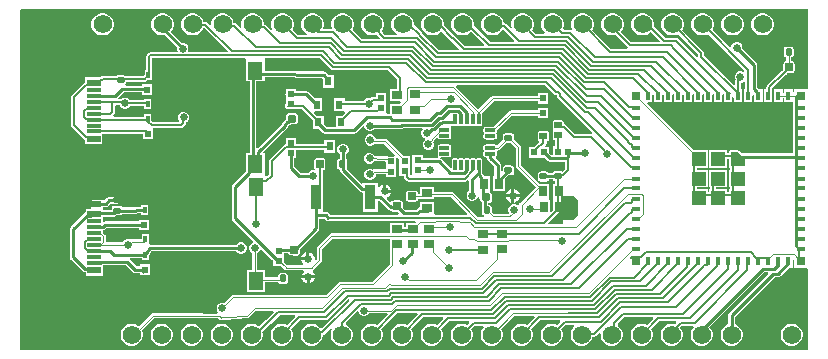
<source format=gbr>
%FSTAX23Y23*%
%MOIN*%
%SFA1B1*%

%IPPOS*%
%AMD13*
4,1,8,0.015200,0.005300,-0.015200,0.005300,-0.016500,0.004000,-0.016500,-0.004000,-0.015200,-0.005300,0.015200,-0.005300,0.016500,-0.004000,0.016500,0.004000,0.015200,0.005300,0.0*
1,1,0.002657,0.015200,0.004000*
1,1,0.002657,-0.015200,0.004000*
1,1,0.002657,-0.015200,-0.004000*
1,1,0.002657,0.015200,-0.004000*
%
%AMD14*
4,1,8,-0.005300,0.015200,-0.005300,-0.015200,-0.004000,-0.016500,0.004000,-0.016500,0.005300,-0.015200,0.005300,0.015200,0.004000,0.016500,-0.004000,0.016500,-0.005300,0.015200,0.0*
1,1,0.002657,-0.004000,0.015200*
1,1,0.002657,-0.004000,-0.015200*
1,1,0.002657,0.004000,-0.015200*
1,1,0.002657,0.004000,0.015200*
%
%AMD17*
4,1,8,-0.014200,0.009400,-0.014200,-0.009400,-0.011000,-0.012600,0.011000,-0.012600,0.014200,-0.009400,0.014200,0.009400,0.011000,0.012600,-0.011000,0.012600,-0.014200,0.009400,0.0*
1,1,0.006299,-0.011000,0.009400*
1,1,0.006299,-0.011000,-0.009400*
1,1,0.006299,0.011000,-0.009400*
1,1,0.006299,0.011000,0.009400*
%
%AMD24*
4,1,8,-0.008000,-0.011800,0.008000,-0.011800,0.010600,-0.009200,0.010600,0.009200,0.008000,0.011800,-0.008000,0.011800,-0.010600,0.009200,-0.010600,-0.009200,-0.008000,-0.011800,0.0*
1,1,0.005315,-0.008000,-0.009200*
1,1,0.005315,0.008000,-0.009200*
1,1,0.005315,0.008000,0.009200*
1,1,0.005315,-0.008000,0.009200*
%
%AMD27*
4,1,8,0.011800,-0.008000,0.011800,0.008000,0.009200,0.010600,-0.009200,0.010600,-0.011800,0.008000,-0.011800,-0.008000,-0.009200,-0.010600,0.009200,-0.010600,0.011800,-0.008000,0.0*
1,1,0.005315,0.009200,-0.008000*
1,1,0.005315,0.009200,0.008000*
1,1,0.005315,-0.009200,0.008000*
1,1,0.005315,-0.009200,-0.008000*
%
%AMD31*
4,1,8,-0.012000,0.009900,-0.012000,-0.009900,-0.010300,-0.011600,0.010300,-0.011600,0.012000,-0.009900,0.012000,0.009900,0.010300,0.011600,-0.010300,0.011600,-0.012000,0.009900,0.0*
1,1,0.003484,-0.010300,0.009900*
1,1,0.003484,-0.010300,-0.009900*
1,1,0.003484,0.010300,-0.009900*
1,1,0.003484,0.010300,0.009900*
%
%AMD32*
4,1,8,0.009400,0.014200,-0.009400,0.014200,-0.012600,0.011000,-0.012600,-0.011000,-0.009400,-0.014200,0.009400,-0.014200,0.012600,-0.011000,0.012600,0.011000,0.009400,0.014200,0.0*
1,1,0.006299,0.009400,0.011000*
1,1,0.006299,-0.009400,0.011000*
1,1,0.006299,-0.009400,-0.011000*
1,1,0.006299,0.009400,-0.011000*
%
%AMD33*
4,1,8,0.013200,-0.008900,0.013200,0.008900,0.010200,0.011800,-0.010200,0.011800,-0.013200,0.008900,-0.013200,-0.008900,-0.010200,-0.011800,0.010200,-0.011800,0.013200,-0.008900,0.0*
1,1,0.005906,0.010200,-0.008900*
1,1,0.005906,0.010200,0.008900*
1,1,0.005906,-0.010200,0.008900*
1,1,0.005906,-0.010200,-0.008900*
%
%ADD10C,0.004724*%
%ADD11C,0.007874*%
%ADD12R,0.078740X0.078740*%
G04~CAMADD=13~8~0.0~0.0~330.7~106.3~13.3~0.0~15~0.0~0.0~0.0~0.0~0~0.0~0.0~0.0~0.0~0~0.0~0.0~0.0~0.0~330.7~106.3*
%ADD13D13*%
G04~CAMADD=14~8~0.0~0.0~330.7~106.3~13.3~0.0~15~0.0~0.0~0.0~0.0~0~0.0~0.0~0.0~0.0~0~0.0~0.0~0.0~90.0~106.0~330.0*
%ADD14D14*%
%ADD15R,0.127952X0.084645*%
%ADD16R,0.037401X0.084645*%
G04~CAMADD=17~8~0.0~0.0~252.0~283.5~31.5~0.0~15~0.0~0.0~0.0~0.0~0~0.0~0.0~0.0~0.0~0~0.0~0.0~0.0~90.0~284.0~253.0*
%ADD17D17*%
%ADD18R,0.015748X0.031496*%
%ADD19R,0.047244X0.047244*%
%ADD20R,0.015748X0.015748*%
%ADD21R,0.031496X0.015748*%
%ADD22R,0.031496X0.031496*%
%ADD23R,0.051000X0.061000*%
G04~CAMADD=24~8~0.0~0.0~212.6~236.2~26.6~0.0~15~0.0~0.0~0.0~0.0~0~0.0~0.0~0.0~0.0~0~0.0~0.0~0.0~180.0~212.0~236.0*
%ADD24D24*%
%ADD25R,0.023622X0.021260*%
%ADD26R,0.035433X0.027559*%
G04~CAMADD=27~8~0.0~0.0~212.6~236.2~26.6~0.0~15~0.0~0.0~0.0~0.0~0~0.0~0.0~0.0~0.0~0~0.0~0.0~0.0~270.0~236.0~212.0*
%ADD27D27*%
%ADD28R,0.023622X0.031496*%
%ADD29R,0.027559X0.035433*%
%ADD30R,0.021260X0.023622*%
G04~CAMADD=31~8~0.0~0.0~232.3~240.2~17.4~0.0~15~0.0~0.0~0.0~0.0~0~0.0~0.0~0.0~0.0~0~0.0~0.0~0.0~90.0~240.0~232.0*
%ADD31D31*%
G04~CAMADD=32~8~0.0~0.0~252.0~283.5~31.5~0.0~15~0.0~0.0~0.0~0.0~0~0.0~0.0~0.0~0.0~0~0.0~0.0~0.0~0.0~252.0~283.5*
%ADD32D32*%
G04~CAMADD=33~8~0.0~0.0~236.2~263.8~29.5~0.0~15~0.0~0.0~0.0~0.0~0~0.0~0.0~0.0~0.0~0~0.0~0.0~0.0~270.0~264.0~236.0*
%ADD33D33*%
%ADD34R,0.045275X0.023228*%
%ADD35R,0.045275X0.011732*%
%ADD36R,0.012000X0.022000*%
%ADD37C,0.010000*%
%ADD38C,0.062000*%
%ADD39O,0.086614X0.039370*%
%ADD40O,0.070866X0.039370*%
%ADD41C,0.025591*%
%LNesp32_copper_signal_top-1*%
%LPD*%
G36*
X01042Y00946D02*
X01045Y00944D01*
X01049Y00943*
X01233*
X01262Y00913*
Y0088*
X01238*
Y00841*
X01274*
X01276Y00836*
X01271Y00831*
X0127Y00829*
X01238*
Y00797*
X01231*
X01227Y008*
Y00833*
Y00834*
Y00867*
X01191*
Y00854*
X01181*
X01177Y00853*
X01174Y00851*
X01173Y0085*
X01172Y00851*
X01164*
X01157Y00848*
X01152Y00843*
X01152Y00842*
X01088*
Y00849*
X01053*
Y00806*
X01086*
X01088Y00801*
X01079Y00791*
X01058*
Y00754*
X01028*
X01018Y00764*
Y00791*
X00997*
X00987Y00801*
X00989Y00806*
X01013*
Y00849*
X0099*
X00967Y00872*
X00963Y00874*
X00959Y00875*
X00927*
Y0088*
X00891*
Y00868*
X00891Y00868*
X0089Y00864*
X00891Y00859*
X00891Y00859*
Y00847*
Y00846*
Y00832*
X00889Y00829*
X00888Y00825*
X00889Y00821*
X00891Y00818*
Y00813*
X00927*
Y00815*
X00945*
X00983Y00777*
Y00748*
X01002*
X01015Y00735*
X01019Y00733*
X01023Y00732*
X01023*
X01118*
X01118*
X01122Y00733*
X01126Y00735*
X01149Y00758*
X01154Y00756*
Y00755*
X01157Y00748*
X01162Y00743*
X01169Y0074*
X01176*
X01183Y00743*
X01188Y00747*
X01277*
X01277*
X01281Y00748*
X01284Y0075*
X01285Y00751*
X01346*
X01349Y00746*
X01347Y00744*
X01344Y00737*
Y0073*
X01347Y00723*
X01352Y00718*
X01355Y00717*
X01356Y00715*
X01356Y00711*
X01351Y00707*
X01348Y007*
Y00692*
X01351Y00685*
X01356Y0068*
X01363Y00677*
X01371*
X01378Y0068*
X01383Y00685*
X01386Y00692*
Y007*
X01384Y00705*
X01385Y00706*
X01387Y00709*
X01387Y00712*
X01393Y00718*
X01395Y00717*
X01399Y00716*
X014Y00715*
X01402Y00713*
X01405Y00713*
X01436*
X01438Y00713*
X01441Y00715*
X01442Y00717*
X01443Y0072*
Y00728*
X01442Y00731*
X01441Y00734*
X01442Y00737*
X01443Y0074*
Y00748*
X01442Y0075*
X01441Y00753*
X01442Y00758*
X01457*
X01457*
X01457Y00758*
X01461*
X01464Y00758*
X01467Y0076*
X0147Y00758*
X01473Y00758*
X01481*
X01484Y00758*
X01486Y0076*
X01487*
X0149Y00758*
X01493Y00758*
X01501*
X01503Y00758*
X01506Y0076*
X01507*
X01509Y00758*
X01512Y00758*
X0152*
X01523Y00758*
X01526Y0076*
X01529Y00758*
X01532Y00758*
X0154*
X01543Y00758*
X01545Y0076*
X01547Y00762*
X01547Y00765*
Y00796*
X01547Y00798*
X01545Y00801*
X01545Y00801*
X01585Y0084*
X01734*
Y00831*
X01767*
Y00867*
X01734*
Y00857*
X01581*
X01578Y00857*
X01575Y00855*
X01534Y00814*
X0146Y00888*
X01462Y00893*
X01755*
X01785Y00863*
X01788Y00861*
X01792Y00861*
X01795*
Y00858*
X01795Y00854*
X01798Y00851*
X01913Y00735*
X0191Y00731*
X01909Y00731*
X01857*
X01826Y00762*
X01823Y00764*
X01819Y00765*
X01818*
Y00769*
X01817Y00772*
X01815Y00775*
X01813Y00776*
X0181Y00777*
X01789*
X01786Y00776*
X01784Y00775*
X01782Y00772*
X01782Y00769*
Y00749*
X01782Y00746*
X01784Y00744*
Y00742*
X01782Y0074*
X01782Y00737*
Y00717*
X01782Y00714*
X01784Y00711*
X01786Y0071*
X01789Y00709*
Y00689*
X01782*
Y0066*
X01777*
X01769Y00668*
Y00687*
X01757*
X01756Y00692*
X01758Y00694*
X0176Y00697*
X01761Y00701*
Y00706*
X01761*
X01764Y00706*
X01766Y00708*
X01768Y0071*
X01769Y00713*
Y00733*
X01768Y00736*
X01766Y00739*
X01764Y0074*
X01761Y00741*
X0174*
X01737Y0074*
X01735Y00739*
X01733Y00736*
X01732Y00733*
Y00713*
X01733Y0071*
X01735Y00708*
X01735Y00708*
X01736Y00706*
X01735Y00702*
X01733Y00701*
X0172Y00687*
X01702*
Y00652*
X01731*
X01736*
Y00652*
X01736*
Y00652*
X01754*
X01765Y00641*
Y00641*
X01768Y00639*
X01772Y00638*
X01823*
Y00614*
X01814Y00605*
X01811Y00607*
X01808Y00607*
X0179*
X01786Y00607*
X01783Y00605*
X01781Y00602*
X01781Y00601*
X01767*
X01766Y00603*
X01763Y00605*
X0176Y00606*
X01741*
X01738Y00605*
X01735Y00603*
X01733Y006*
X01733Y00597*
Y00581*
X01733Y00578*
X01735Y00575*
X01738Y00573*
X01741Y00572*
X0176*
X01763Y00573*
X01766Y00575*
X01768Y00578*
X01768Y00579*
X01782*
X01783Y00577*
X01786Y00575*
X01789Y00574*
Y00563*
X01782*
Y00516*
X01783*
X01783Y00511*
Y00478*
X01776Y00471*
X01771Y00473*
Y00511*
X0177*
X0177Y00516*
Y00563*
X0174*
X01739Y00564*
X01739*
X01675Y00627*
Y00687*
X01675Y0069*
X01673Y00693*
X01652Y00713*
Y00726*
X01652Y0073*
X0165Y00732*
X01647Y00734*
X01643Y00735*
X01625*
X01622Y00734*
X01619Y00732*
X01617Y0073*
X01616Y00726*
Y00713*
X01598Y00695*
X01593Y00694*
X01591Y00695*
X01588Y00696*
X01586*
X01584Y007*
X01583Y00701*
X01584Y00705*
X01584Y00708*
X01586Y00711*
X01587Y00713*
X01588*
X01591Y00713*
X01593Y00715*
X01595Y00717*
X01595Y0072*
Y00728*
X01595Y00731*
X01593Y00733*
Y00734*
X01595Y00737*
X01595Y0074*
Y00743*
X01645Y00792*
X01734*
Y00783*
X01767*
Y00818*
X01734*
Y00809*
X01641*
X01638Y00808*
X01635Y00807*
X01583Y00755*
X01558*
X01555Y00754*
X01552Y00753*
X01551Y0075*
X0155Y00748*
Y0074*
X01551Y00737*
X01552Y00734*
Y00733*
X01551Y00731*
X0155Y00728*
Y0072*
X01551Y00717*
X01552Y00715*
X01555Y00713*
X01558Y00713*
X01559*
X0156Y00711*
X01562Y00708*
X01562Y00704*
X01562Y00701*
X0156Y00698*
X01559Y00696*
X01558*
X01555Y00695*
X01552Y00694*
X01551Y00691*
X0155Y00689*
Y00681*
X01551Y00678*
X01552Y00675*
Y00674*
X01551Y00672*
X0155Y00669*
Y00661*
X01551Y00658*
X01552Y00656*
X01555Y00654*
X01558Y00653*
X0156*
X01563Y0065*
X01564Y00646*
X01567Y00643*
X01587Y00622*
Y00595*
Y00595*
Y00589*
X01583*
Y00542*
X01623*
Y00581*
X01634Y00593*
X01643*
X01646Y00593*
X01649Y00595*
X01651Y00598*
X01651Y00601*
Y00617*
X01651Y00621*
X01649Y00624*
X01646Y00625*
X01643Y00626*
X01624*
X01621Y00625*
X01618Y00624*
X01616Y00621*
X01615Y00617*
Y00608*
X01614Y00607*
X01609Y0061*
Y00627*
X01608Y00631*
X01606Y00635*
X01591Y00649*
X01591Y0065*
X01592Y00655*
X01593Y00656*
X01595Y00658*
X01595Y00661*
Y00669*
X01595Y00671*
X01595Y00672*
X01598Y00676*
X01599*
X01603Y00677*
X01605Y00679*
X01628Y00702*
X0164*
X01658Y00683*
Y00624*
X01659Y0062*
X01661Y00618*
X01725Y00554*
X01672Y00501*
X0167Y00499*
X0167Y00495*
Y00495*
X01665Y00493*
X01664Y00494*
X01657Y00497*
X01649*
X01642Y00494*
X01637Y00488*
X01634Y00482*
Y00474*
X01637Y00468*
X01636Y00467*
X01636Y00467*
X01633Y00464*
X01586*
X0158Y00471*
Y00485*
X01579Y00488*
X01577Y00491*
X01574Y00493*
X01571Y00494*
X01567*
Y00501*
X0157*
X01574Y00502*
X01576Y00504*
X01578Y00507*
X01579Y0051*
Y00528*
X01578Y00532*
X01576Y00535*
X01574Y00536*
X01571Y00537*
X01571Y00542*
Y00589*
X01553*
X01553Y0059*
X01551Y00594*
X01547Y00598*
Y00612*
X01547Y00613*
Y00643*
X01547Y00646*
X01545Y00648*
X01543Y0065*
X0154Y00651*
X01532*
X01529Y0065*
X01527Y00648*
X01525*
X01523Y0065*
X0152Y00651*
X01512*
X01509Y0065*
X01507Y00648*
X01506*
X01503Y0065*
X01501Y00651*
X01493*
X0149Y0065*
X01487Y00648*
X01486*
X01484Y0065*
X01481Y00651*
X01473*
X0147Y0065*
X01468Y00648*
X01466*
X01464Y0065*
X01461Y00651*
X01453*
X0145Y0065*
X01448Y00648*
X01446Y00646*
X01446Y00643*
Y00618*
X01441Y00616*
X01409Y00647*
X01407Y00648*
X01409Y00653*
X01436*
X01438Y00654*
X01441Y00656*
X01442Y00658*
X01443Y00661*
Y00669*
X01442Y00672*
X01441Y00674*
Y00675*
X01442Y00678*
X01443Y00681*
Y00689*
X01442Y00691*
X01441Y00694*
X01438Y00695*
X01436Y00696*
X01405*
X01402Y00695*
X014Y00694*
X01398Y00691*
X01398Y00689*
Y00681*
X01398Y00678*
X014Y00675*
Y00674*
X01398Y00672*
X01398Y00669*
Y00661*
X01398Y00658*
X014Y00656*
X014Y00655*
X01399Y0065*
X01349*
Y00661*
X01313*
Y00632*
Y00628*
Y00627*
Y00598*
X01309Y00595*
X01308Y00595*
X01307Y00596*
X01306Y00599*
X01306Y00599*
Y006*
X01306Y00601*
Y00623*
Y00628*
Y00657*
X01283*
X01228Y00713*
X01225Y00715*
X01222Y00715*
X01192*
X0119Y00721*
X01184Y00726*
X01177Y00729*
X0117*
X01163Y00726*
X01158Y00721*
X01155Y00714*
Y00706*
X01158Y007*
X01163Y00694*
X0117Y00691*
X01177*
X01184Y00694*
X01188Y00698*
X01218*
X01256Y0066*
X01254Y00655*
X01234*
X01233Y00656*
X01199*
X01199Y00656*
X01196Y00657*
X01193Y00658*
X01187*
X01187Y0066*
X01181Y00665*
X01174Y00668*
X01167*
X0116Y00665*
X01155Y0066*
X01152Y00653*
Y00645*
X01155Y00639*
X0116Y00633*
X01167Y0063*
X01174*
X01181Y00633*
X01187Y00639*
X01192Y00639*
X01195Y00639*
X01221*
X01225Y00635*
Y00622*
Y00617*
X01221Y00613*
X01187*
X01184Y00613*
X01183Y00612*
X01176Y00615*
X01169*
X01162Y00612*
X01157Y00607*
X01154Y006*
Y00592*
X01157Y00585*
X01162Y0058*
X01169Y00577*
X01176*
X01183Y0058*
X01189Y00585*
X01191Y00592*
Y00596*
X01225*
Y00588*
X0126*
Y00617*
Y00621*
Y00626*
Y00649*
X01265Y00651*
X0127Y00646*
Y00624*
Y00619*
Y0059*
X01287*
Y00586*
X01287Y00583*
X0129Y00579*
X01294Y00575*
X01298Y00573*
X01301Y00572*
X01488*
X01492Y00573*
X01495Y00575*
X01497Y00577*
X01502Y00575*
Y0054*
X01497Y00536*
X01495Y00529*
Y00521*
X01497Y00514*
X01503Y00509*
X0151Y00506*
X01517*
X01524Y00509*
X01529Y00514*
X01532Y00521*
X01537Y00521*
Y00516*
X01538Y00511*
X0154Y00508*
X01545Y00503*
Y00483*
X01546Y00478*
X01546Y00478*
Y00467*
X01547Y00463*
X01549Y00461*
X01552Y00459*
X01552Y00459*
X01551Y00454*
X01534*
X01452Y00535*
X0145Y00537*
X01446Y00537*
X01386*
Y00555*
X01339*
Y00532*
X01333*
Y00533*
X01332Y00537*
X0133Y0054*
X01327Y00542*
X01324Y00542*
X01301*
X01298Y00542*
X01295Y0054*
X01293Y00537*
X01292Y00533*
Y00514*
X01293Y00511*
X01295Y00508*
X01298Y00506*
X01301Y00505*
X01324*
X01327Y00506*
X0133Y00508*
X01332Y00511*
X01333Y00514*
Y00515*
X01365*
X01365Y00515*
X01386*
Y00521*
X01443*
X01497Y00467*
X01495Y00462*
X01391*
X01386Y00464*
Y00503*
X01339*
Y00491*
X01339Y00486*
X01334Y00485*
X01331Y00483*
X01331*
X01325Y00477*
X01299*
X01298Y00477*
X01294Y00478*
X01289*
X01283Y00485*
Y005*
X01282Y00503*
X0128Y00506*
X01277Y00508*
X01273Y00509*
X01251*
X01248Y00508*
X01245Y00506*
X01245Y00506*
X01238Y00505*
X01229Y00514*
X0123Y00519*
X01234Y0052*
X0124Y00527*
X01243Y00535*
X01221*
Y0054*
X01216*
Y00562*
X01208Y00559*
X01203Y00554*
X01198Y00557*
Y00568*
X01149*
Y00567*
X01144Y00565*
X01095Y00615*
X01095Y00615*
X01097Y00618*
X01097Y00621*
Y0064*
X01097Y00643*
X01095Y00646*
X01094Y00646*
Y00663*
X01099Y00668*
X01102Y00675*
Y00682*
X01099Y00689*
X01094Y00694*
X01087Y00697*
X01079*
X01073Y00694*
X01067Y00689*
X01064Y00682*
Y00675*
X01067Y00668*
X01072Y00663*
Y00648*
X01069Y00648*
X01066Y00646*
X01064Y00643*
X01064Y0064*
Y00621*
X01064Y00618*
X01066Y00615*
X01069Y00613*
X01072Y00611*
X01073Y00607*
X01075Y00603*
X01138Y0054*
Y0054*
X01142Y00538*
X01146Y00537*
X01149Y00533*
Y00472*
X01198*
Y00508*
X01203Y00509*
X01233Y00478*
X01237Y00476*
X01241Y00475*
X01244*
X01245Y00474*
X01248Y00472*
X01251Y00471*
X01265*
X01269Y00467*
X01267Y00462*
X0104*
X01035Y00467*
X01032Y00469*
X01027Y0047*
X01027*
X01021*
X01017Y00472*
Y00568*
X01015*
Y00609*
X01018Y0061*
X01021Y00612*
X01023Y00615*
X01024Y00618*
Y0064*
X01023Y00644*
X01021Y00647*
X01018Y00649*
X01014Y0065*
X00996*
X00992Y00649*
X00989Y00647*
X00987Y00644*
X00986Y0064*
Y00618*
X00987Y00615*
X00988Y00613*
X00987Y0061*
X00986Y00609*
X00979*
X00972Y00606*
X00967Y00601*
X00941*
X0092Y00622*
Y00651*
X00927*
Y00678*
X0102*
Y00668*
X01056*
Y00712*
X0102*
Y00698*
X00927*
Y00718*
X00891*
Y00698*
X00889Y00697*
X00886Y00695*
X00838Y00647*
X00836Y00644*
X00835Y0064*
Y00596*
X00829Y0059*
X00823Y00591*
X00821Y00593*
Y00666*
X00819*
X00817Y0067*
X00897Y0075*
X00899Y00754*
X009Y00757*
X00902Y0076*
X00904Y0076*
X00908Y00762*
X00909Y00764*
X00923*
X00927Y00765*
X0093Y00767*
X00931Y0077*
X00932Y00773*
Y00791*
X00931Y00794*
X0093Y00797*
X00927Y00799*
X00923Y008*
X00903*
X00899Y00799*
X00896Y00797*
X00894Y00794*
X00894Y00791*
Y00781*
X00893Y00781*
X00889Y00778*
X00881Y0077*
X00879Y00766*
X00878Y00763*
X00798Y00683*
X00794Y00685*
Y00906*
X00821*
Y00919*
X00827Y0092*
X00833Y0092*
X01014Y00917*
X01015Y00914*
Y00885*
X01051*
Y00928*
X01032*
X01031Y0093*
X01031Y00931*
X0103Y00932*
X01026Y00936*
X01025Y00937*
X01023Y00938*
X01023Y00938*
X01023Y00938*
X01021Y00938*
X01019Y00939*
X00833Y00942*
X00826Y00942*
X00826Y00942*
X00824Y00943*
X00821Y00945*
Y00979*
X00824Y00983*
X01005*
X01042Y00946*
G37*
G36*
X02634Y0089D02*
X02633Y0089D01*
X02631Y00885*
Y00884*
X0263Y00879*
X02626*
X02587*
Y00872*
X02586Y00871*
X02581Y00874*
Y00879*
X02554*
Y00866*
X02548*
Y00879*
X0252*
Y00836*
X02548*
Y00849*
X02554*
Y00836*
X02581*
Y00666*
X02412*
X02403Y00675*
X02398Y00677*
X02375*
X0237Y00675*
X02368Y00671*
Y00667*
X02363*
Y00677*
X02304*
Y00618*
X02363*
Y00647*
X02368*
Y00624*
X0237Y00619*
X02371Y00618*
Y00612*
X02369*
Y00553*
X02371*
Y00547*
X02369*
Y00537*
X02363*
Y00547*
X02326*
Y00553*
X02363*
Y00612*
X02304*
Y00553*
X02306*
Y00547*
X02304*
Y00537*
X02298*
Y00547*
X02262*
Y00553*
X02298*
Y00612*
X02262*
Y00618*
X02298*
Y00677*
X02251*
X02096Y00831*
X02098Y00836*
X02113*
Y0086*
X02118Y00862*
X02119Y00862*
Y00836*
X02146*
Y0086*
X02151Y00862*
X02152Y00862*
Y00836*
X0218*
Y00861*
X02185Y00864*
X02185Y00864*
Y00862*
X02186Y00861*
Y00836*
X02213*
Y0086*
X02218Y00862*
X02219Y00862*
Y00836*
X02247*
Y00861*
X02252Y00864*
X02252Y00864*
Y00862*
X02252Y00861*
Y00836*
X0228*
Y0086*
X02285Y00863*
X02286Y00863*
Y00862*
X02286Y00861*
Y00836*
X02313*
Y00861*
X02318Y00864*
X02319Y00864*
Y00862*
X02319Y00861*
Y00836*
X02347*
Y00862*
X02352Y00864*
X02353Y00864*
Y00836*
X0238*
Y00854*
X02381Y00855*
X02386Y00852*
Y00836*
X02414*
Y00879*
X0241*
Y00902*
X02411*
X02418Y00905*
X02419Y00906*
X02424Y00904*
Y00879*
X0242*
Y00836*
X02447*
Y00858*
X02452Y00861*
X02452Y00861*
X02453Y0086*
X02453Y0086*
Y00836*
X02481*
Y00879*
X02469*
X02463Y00885*
Y00962*
X02463Y00966*
X0246Y0097*
X0246*
X02414Y01015*
Y01022*
X02412Y01029*
X02406Y01034*
X024Y01037*
X02392*
X02385Y01034*
X0238Y01029*
X02377Y01022*
Y01021*
X02372Y01019*
X02313Y01078*
X02315Y01082*
X02318Y01091*
Y01101*
X02315Y0111*
X0231Y01119*
X02303Y01125*
X02295Y0113*
X02286Y01133*
X02276*
X02267Y0113*
X02258Y01125*
X02251Y01119*
X02246Y0111*
X02244Y01101*
Y01091*
X02246Y01082*
X02251Y01073*
X02258Y01066*
X02267Y01062*
X02276Y01059*
X02286*
X02295Y01062*
X02299Y01064*
X02421Y00942*
X0242Y0094*
X0242Y0094*
X02415Y00938*
X02411Y00939*
X02403*
X02396Y00937*
X02391Y00931*
X02388Y00924*
Y00917*
X02391Y00912*
X0239Y00909*
Y00896*
X02385Y00894*
X02287Y00993*
Y00999*
X02287Y01003*
X02284Y01006*
X02213Y01078*
X02215Y01082*
X02218Y01091*
Y01101*
X02215Y0111*
X0221Y01119*
X02203Y01125*
X02195Y0113*
X02186Y01133*
X02176*
X02167Y0113*
X02158Y01125*
X02151Y01119*
X02146Y0111*
X02144Y01101*
Y01091*
X02146Y01082*
X02151Y01073*
X02158Y01066*
X02167Y01062*
X02176Y01059*
X02186*
X02195Y01062*
X02199Y01064*
X02267Y00995*
Y00988*
X02267Y00988*
X02263Y00986*
X02201Y01047*
X02198Y01049*
X02194Y0105*
X02157*
X02118Y01089*
X02117Y01089*
X02118Y01091*
Y01101*
X02115Y0111*
X0211Y01119*
X02103Y01125*
X02095Y0113*
X02086Y01133*
X02076*
X02067Y0113*
X02058Y01125*
X02051Y01119*
X02046Y0111*
X02044Y01101*
Y01091*
X02046Y01082*
X02051Y01073*
X02058Y01066*
X02067Y01062*
X02076Y01059*
X02086*
X02095Y01062*
X02103Y01066*
X02108Y01071*
X02138Y01041*
X02136Y01036*
X02044*
X02009Y01072*
X0201Y01073*
X02015Y01082*
X02018Y01091*
Y01101*
X02015Y0111*
X0201Y01119*
X02003Y01125*
X01995Y0113*
X01986Y01133*
X01976*
X01967Y0113*
X01958Y01125*
X01951Y01119*
X01946Y0111*
X01944Y01101*
Y01091*
X01946Y01082*
X01951Y01073*
X01958Y01066*
X01967Y01062*
X01976Y01059*
X01986*
X01991Y01061*
X02031Y0102*
X02029Y01015*
X01976*
X01913Y01078*
X01915Y01082*
X01918Y01091*
Y01101*
X01915Y0111*
X0191Y01119*
X01903Y01125*
X01895Y0113*
X01886Y01133*
X01876*
X01867Y0113*
X01858Y01125*
X01851Y01119*
X01846Y0111*
X01844Y01101*
Y01091*
X01846Y01082*
X01847Y01081*
X01843Y01077*
X01843Y01078*
X01839Y01078*
X01819*
X01818Y01079*
X01815Y01082*
X01818Y01091*
Y01101*
X01815Y0111*
X0181Y01119*
X01803Y01125*
X01795Y0113*
X01786Y01133*
X01776*
X01767Y0113*
X01758Y01125*
X01751Y01119*
X01746Y0111*
X01744Y01101*
Y01091*
X01746Y01082*
X01751Y01073*
X01755Y0107*
X01753Y01065*
X01726*
X01713Y01078*
X01715Y01082*
X01718Y01091*
Y01101*
X01715Y0111*
X0171Y01119*
X01703Y01125*
X01695Y0113*
X01686Y01133*
X01676*
X01667Y0113*
X01658Y01125*
X01651Y01119*
X01646Y0111*
X01644Y01101*
Y01091*
X01645Y01085*
X01641Y01083*
X01626Y01098*
X01623Y011*
X01619Y01101*
X01618*
Y01101*
X01615Y0111*
X0161Y01119*
X01603Y01125*
X01595Y0113*
X01586Y01133*
X01576*
X01567Y0113*
X01558Y01125*
X01551Y01119*
X01546Y0111*
X01544Y01101*
Y01091*
X01546Y01082*
X01551Y01073*
X01558Y01066*
X01567Y01062*
X01576Y01059*
X01586*
X01595Y01062*
X01603Y01066*
X0161Y01073*
X01612Y01076*
X01618Y01077*
X01654Y01042*
X01652Y01037*
X01573*
X01521Y01089*
X01518Y01091*
X01518Y01091*
Y01101*
X01515Y0111*
X0151Y01119*
X01503Y01125*
X01495Y0113*
X01486Y01133*
X01476*
X01467Y0113*
X01458Y01125*
X01451Y01119*
X01446Y0111*
X01444Y01101*
Y01091*
X01446Y01082*
X01451Y01073*
X01458Y01066*
X01467Y01062*
X01476Y01059*
X01486*
X01495Y01062*
X01503Y01066*
X01506Y01069*
X01513*
X01553Y01028*
X01551Y01023*
X01489*
X01459Y01053*
X01456Y01057*
X01454Y01059*
X01452Y01061*
X01448Y01064*
X0142Y01093*
X01418Y01094*
Y01101*
X01415Y0111*
X0141Y01119*
X01403Y01125*
X01395Y0113*
X01386Y01133*
X01376*
X01367Y0113*
X01358Y01125*
X01351Y01119*
X01346Y0111*
X01344Y01101*
Y01091*
X01346Y01082*
X01351Y01073*
X01358Y01066*
X01367Y01062*
X01376Y01059*
X01386*
X01395Y01062*
X01403Y01066*
X01407Y0107*
X01414Y0107*
X01437Y01047*
X01437Y01047*
X01439Y01044*
X01442Y01042*
X01442Y01042*
X0147Y01014*
X01468Y0101*
X01402*
X0135Y01062*
X01349Y01063*
X01347Y01067*
X01347*
X01318Y01096*
Y01101*
X01315Y0111*
X0131Y01119*
X01303Y01125*
X01295Y0113*
X01286Y01133*
X01276*
X01267Y0113*
X01258Y01125*
X01251Y01119*
X01246Y0111*
X01244Y01101*
Y01091*
X01246Y01082*
X01251Y01073*
X01258Y01066*
X01261Y01065*
X0126Y0106*
X01224*
X01217Y01067*
X01211Y01075*
X01215Y01082*
X01218Y01091*
Y01101*
X01215Y0111*
X0121Y01119*
X01203Y01125*
X01195Y0113*
X01186Y01133*
X01176*
X01167Y0113*
X01158Y01125*
X01151Y01119*
X01146Y0111*
X01144Y01101*
Y01091*
X01146Y01082*
X01151Y01073*
X01158Y01066*
X01167Y01062*
X01176Y01059*
X01186*
X01195Y01062*
X01196Y01062*
X01201Y01055*
X01201Y01054*
X01202Y01054*
X01205Y01051*
X01203Y01046*
X01145*
X01113Y01078*
X01115Y01082*
X01118Y01091*
Y01101*
X01115Y0111*
X0111Y01119*
X01103Y01125*
X01095Y0113*
X01086Y01133*
X01076*
X01067Y0113*
X01058Y01125*
X01051Y01119*
X01046Y0111*
X01044Y01101*
Y01091*
X01046Y01085*
X01042Y0108*
X0102*
X01016Y01085*
X01018Y01091*
Y01101*
X01015Y0111*
X0101Y01119*
X01003Y01125*
X00995Y0113*
X00986Y01133*
X00976*
X00967Y0113*
X00958Y01125*
X00951Y01119*
X00946Y0111*
X00944Y01101*
Y01091*
X00946Y01082*
X00951Y01073*
X00958Y01066*
X00962Y01064*
X00962Y01063*
X00961Y01059*
X00932*
X00913Y01078*
X00915Y01082*
X00918Y01091*
Y01101*
X00915Y0111*
X0091Y01119*
X00903Y01125*
X00895Y0113*
X00886Y01133*
X00876*
X00867Y0113*
X00858Y01125*
X00851Y01119*
X00846Y0111*
X00844Y01101*
Y01091*
X00846Y01082*
X00847Y01081*
X00843Y01078*
X00827Y01093*
X00824Y01095*
X0082Y01096*
X00818*
Y01101*
X00815Y0111*
X0081Y01119*
X00803Y01125*
X00795Y0113*
X00786Y01133*
X00776*
X00767Y0113*
X00758Y01125*
X00751Y01119*
X00746Y0111*
X00744Y01101*
Y01091*
X00745Y01087*
X0074Y01085*
X00726Y01099*
X00723Y01101*
X00719Y01102*
X00717*
X00715Y0111*
X0071Y01119*
X00703Y01125*
X00695Y0113*
X00686Y01133*
X00676*
X00667Y0113*
X00658Y01125*
X00651Y01119*
X00646Y0111*
X00644Y01101*
Y01096*
X00639Y01094*
X00631Y01102*
X00627Y01105*
X00624Y01105*
X00616*
X00615Y0111*
X0061Y01119*
X00603Y01125*
X00595Y0113*
X00586Y01133*
X00576*
X00567Y0113*
X00558Y01125*
X00551Y01119*
X00546Y0111*
X00544Y01101*
Y01091*
X00546Y01082*
X00551Y01073*
X00558Y01066*
X00567Y01062*
X00576Y01059*
X00586*
X00595Y01062*
X00603Y01066*
X0061Y01073*
X00615Y01082*
X00615Y01083*
X00621Y01084*
X00698Y01007*
X00696Y01003*
X00569*
X00566Y01008*
X00567Y01012*
Y01019*
X00565Y01026*
X00559Y01031*
X00552Y01034*
X00546*
X00508Y01071*
X0051Y01073*
X00515Y01082*
X00518Y01091*
Y01101*
X00515Y0111*
X0051Y01119*
X00503Y01125*
X00495Y0113*
X00486Y01133*
X00476*
X00467Y0113*
X00458Y01125*
X00451Y01119*
X00446Y0111*
X00444Y01101*
Y01091*
X00446Y01082*
X00451Y01073*
X00458Y01066*
X00467Y01062*
X00476Y01059*
X00486*
X00488Y0106*
X0053Y01018*
Y01012*
X00532Y01008*
X00528Y01003*
X00439*
X00436Y01002*
X00432Y01*
X00428Y00995*
X00425Y00992*
X00425Y00988*
Y00943*
X00421*
Y00927*
X00419Y00926*
X00418Y00925*
X00354*
X00354Y00926*
X0035Y00926*
X00332*
X00329Y00926*
X00328Y00925*
X00281*
X00277Y00924*
X00274Y00922*
X00274Y00922*
X00273*
X00269Y00921*
X00266Y0092*
X00223*
Y00904*
X0022Y00901*
X00179Y00861*
X00177Y00858*
X00176Y00854*
Y00761*
X00177Y00757*
X00179Y00754*
X0022Y00714*
X00223Y00712*
Y00696*
X0028*
Y00729*
X00415*
Y00713*
X00448*
Y00749*
X00453Y00749*
X00543*
X00547Y0075*
X0055Y00752*
X00557Y00759*
X00559Y00762*
X0056Y00766*
Y00769*
X00561Y0077*
X00567Y00775*
X00569Y00782*
Y0079*
X00567Y00797*
X00561Y00802*
X00554Y00805*
X00547*
X0054Y00802*
X00535Y00797*
X00532Y0079*
Y00782*
X00535Y00775*
X00536Y00774*
X00534Y00769*
X00449*
X00444Y00774*
Y00775*
X00444Y00776*
Y00797*
X0042*
Y00786*
X0032*
X00318Y00787*
X00318Y00787*
X00316Y00793*
X00321Y00797*
X00323Y008*
X00324Y00804*
Y00824*
X00329Y00827*
X00331Y00826*
X00338*
X0034Y00823*
X00345Y00817*
X00352Y00814*
X0036*
X00366Y00817*
X00372Y00823*
X00372Y00823*
X0042*
Y00813*
X00444*
Y00847*
X0042*
Y00843*
X00372*
X00372Y00844*
X00366Y00849*
X0036Y00852*
X00352*
X00345Y00849*
X00342Y00846*
X00335*
X00334Y00847*
X00333Y00852*
X00351Y00869*
X00412*
Y00861*
X00445*
Y00896*
X00412*
Y00892*
X00359*
X00358Y00893*
X00357Y00897*
X00358Y00898*
X00359Y00902*
Y00905*
X00422*
X00426Y00906*
X00429Y00908*
X0043Y00909*
X00431*
X00432Y00909*
X00445*
Y00927*
X00445Y00928*
Y00983*
X00755*
X00758Y00979*
Y00906*
X00771*
Y00666*
X00758*
Y00606*
X00757Y00604*
X00755Y00603*
X00715Y00563*
X00713Y00559*
X00712Y00555*
Y00449*
X00713Y00445*
X00715Y00441*
X00783Y00374*
X00782Y00368*
X00778Y00366*
X00772Y00361*
X0077Y00354*
Y00347*
X00772Y0034*
X00778Y00335*
X0078Y00334*
Y00277*
X00761*
Y00204*
X00824*
Y00237*
X00866*
X00868Y00234*
X00871Y00232*
X00874Y00232*
X0089*
X00893Y00232*
X00896Y00234*
X00898Y00237*
X00899Y0024*
Y00259*
X00898Y00262*
X00896Y00265*
X00893Y00267*
X0089Y00267*
X00887*
X00885Y00268*
X00882Y00267*
X00874*
X00871Y00267*
X00868Y00265*
X00866Y00262*
X00865Y00259*
Y00254*
X00824*
Y00277*
X00797*
Y00334*
X00799Y00335*
X00804Y0034*
X00806Y00344*
X00812Y00345*
X00837Y0032*
X00837Y00319*
X00843Y00313*
X00847Y0031*
X00849Y0031*
X0085Y00309*
Y00292*
X00873*
X00885Y0028*
X00886Y00279*
X00888Y00278*
X00889Y00277*
X00889Y00277*
X00889Y00277*
X00891Y00277*
X00892Y00277*
X00949Y00276*
X00951Y00271*
X00948Y00268*
X00944Y0026*
X0099*
X00986Y00268*
X00983Y00272*
X00982Y00273*
X00984Y00278*
X00985Y00279*
X00986Y0028*
X0101Y00305*
X01012Y00307*
X01013Y00311*
Y00347*
X01048Y00382*
X01238*
Y00343*
X01239*
Y00298*
X01178Y00237*
X01072*
X01069Y00237*
X01066Y00235*
X01027Y00195*
X00716*
X00713Y00194*
X0071Y00192*
X00685Y00167*
X00683Y00168*
X00676*
X00669Y00165*
X00664Y0016*
X00661Y00153*
Y00145*
X00664Y00139*
X00665Y00137*
X00663Y00132*
X00618*
X00617Y00133*
X00614Y00134*
X00449*
X00445Y00133*
X00443Y00131*
X00401Y0009*
X004Y00091*
X00392Y00096*
X00383Y00098*
X00373*
X00363Y00096*
X00355Y00091*
X00348Y00084*
X00343Y00076*
X00341Y00066*
Y00057*
X00343Y00047*
X00348Y00039*
X00355Y00032*
X00363Y00027*
X00373Y00025*
X00383*
X00392Y00027*
X004Y00032*
X00407Y00039*
X00412Y00047*
X00415Y00057*
Y00066*
X00412Y00076*
X00412Y00077*
X00452Y00117*
X00611*
X00612Y00116*
X00615Y00116*
X00665*
X0067Y00111*
X00673Y0011*
X00676Y00109*
X0068Y0011*
X00681Y00111*
X00687Y0011*
X00688Y0011*
X00689Y0011*
X00763Y00116*
X00764Y00116*
X00765Y00116*
X00766Y00116*
X00766Y00116*
X00767Y00117*
X00768Y00118*
X0077Y00119*
X00791Y00141*
X00849*
X00851Y00136*
X00828Y00113*
X00826Y00112*
X00803Y00089*
X008Y00091*
X00792Y00096*
X00783Y00098*
X00773*
X00763Y00096*
X00755Y00091*
X00748Y00084*
X00743Y00076*
X00741Y00066*
Y00057*
X00743Y00047*
X00748Y00039*
X00755Y00032*
X00763Y00027*
X00773Y00025*
X00783*
X00792Y00027*
X008Y00032*
X00807Y00039*
X00812Y00047*
X00815Y00057*
Y00066*
X00813Y00071*
X00838Y00096*
X00841Y00098*
X00871Y00127*
X00922*
X00924Y00122*
X00896Y00094*
X00892Y00096*
X00883Y00098*
X00873*
X00863Y00096*
X00855Y00091*
X00848Y00084*
X00843Y00076*
X00841Y00066*
Y00057*
X00843Y00047*
X00848Y00039*
X00855Y00032*
X00863Y00027*
X00873Y00025*
X00883*
X00892Y00027*
X009Y00032*
X00907Y00039*
X00912Y00047*
X00915Y00057*
Y00066*
X00912Y00076*
X0091Y0008*
X0094Y0011*
X01024*
X01027*
X01031Y00111*
X01034Y00113*
X01101Y00179*
X01102Y00179*
X01104Y00174*
X01013Y00084*
X01007Y00084*
X01007Y00084*
X01Y00091*
X00992Y00096*
X00983Y00098*
X00973*
X00963Y00096*
X00955Y00091*
X00948Y00084*
X00943Y00076*
X00941Y00066*
Y00057*
X00943Y00047*
X00948Y00039*
X00955Y00032*
X00963Y00027*
X00973Y00025*
X00983*
X00992Y00027*
X01Y00032*
X01007Y00039*
X01012Y00047*
X01015Y00057*
Y0006*
X01018Y00061*
X01021Y00063*
X01042Y00084*
X01046Y00081*
X01043Y00076*
X01041Y00066*
Y00057*
X01043Y00047*
X01048Y00039*
X01055Y00032*
X01063Y00027*
X01073Y00025*
X01083*
X01092Y00027*
X011Y00032*
X01107Y00039*
X01112Y00047*
X01115Y00057*
Y00066*
X01112Y00076*
X01107Y00084*
X011Y00091*
X01093Y00095*
X01092Y00099*
X01092Y00101*
X0113Y00139*
X01135Y00137*
X01137Y00131*
X01142Y00126*
X01149Y00123*
X01157*
X01164Y00126*
X01169Y00131*
X0117Y00134*
X01229*
X01231Y00129*
X01196Y00094*
X01192Y00096*
X01183Y00098*
X01173*
X01163Y00096*
X01155Y00091*
X01148Y00084*
X01143Y00076*
X01141Y00066*
Y00057*
X01143Y00047*
X01148Y00039*
X01155Y00032*
X01163Y00027*
X01173Y00025*
X01183*
X01192Y00027*
X012Y00032*
X01207Y00039*
X01212Y00047*
X01215Y00057*
Y00066*
X01212Y00076*
X0121Y0008*
X01264Y00134*
X01329*
X01331Y00129*
X01296Y00094*
X01292Y00096*
X01283Y00098*
X01273*
X01263Y00096*
X01255Y00091*
X01248Y00084*
X01243Y00076*
X01241Y00066*
Y00057*
X01243Y00047*
X01248Y00039*
X01255Y00032*
X01263Y00027*
X01273Y00025*
X01283*
X01292Y00027*
X013Y00032*
X01307Y00039*
X01312Y00047*
X01315Y00057*
Y00066*
X01312Y00076*
X0131Y0008*
X0135Y0012*
X01415*
X01417Y00115*
X01396Y00094*
X01392Y00096*
X01383Y00098*
X01373*
X01363Y00096*
X01355Y00091*
X01348Y00084*
X01343Y00076*
X01341Y00066*
Y00057*
X01343Y00047*
X01348Y00039*
X01355Y00032*
X01363Y00027*
X01373Y00025*
X01383*
X01392Y00027*
X014Y00032*
X01407Y00039*
X01412Y00047*
X01415Y00057*
Y00066*
X01412Y00076*
X0141Y0008*
X01436Y00106*
X01502*
X01503Y00101*
X01496Y00094*
X01492Y00096*
X01483Y00098*
X01473*
X01463Y00096*
X01455Y00091*
X01448Y00084*
X01443Y00076*
X01441Y00066*
Y00057*
X01443Y00047*
X01448Y00039*
X01455Y00032*
X01463Y00027*
X01473Y00025*
X01483*
X01492Y00027*
X015Y00032*
X01507Y00039*
X01512Y00047*
X01515Y00057*
Y00066*
X01512Y00076*
X0151Y0008*
X01523Y00092*
X01549*
X01551Y00087*
X01548Y00084*
X01543Y00076*
X01541Y00066*
Y00057*
X01543Y00047*
X01548Y00039*
X01555Y00032*
X01563Y00027*
X01573Y00025*
X01583*
X01592Y00027*
X016Y00032*
X01607Y00039*
X01612Y00047*
X01615Y00057*
Y00066*
X01612Y00076*
X01609Y00081*
X01653Y00125*
X0172*
X01722Y0012*
X01696Y00094*
X01692Y00096*
X01683Y00098*
X01673*
X01663Y00096*
X01655Y00091*
X01648Y00084*
X01643Y00076*
X01641Y00066*
Y00057*
X01643Y00047*
X01648Y00039*
X01655Y00032*
X01663Y00027*
X01673Y00025*
X01683*
X01692Y00027*
X017Y00032*
X01707Y00039*
X01712Y00047*
X01715Y00057*
Y00066*
X01712Y00076*
X0171Y0008*
X01739Y00109*
X01805*
X01806Y00105*
X01796Y00094*
X01792Y00096*
X01783Y00098*
X01773*
X01763Y00096*
X01755Y00091*
X01748Y00084*
X01743Y00076*
X01741Y00066*
Y00057*
X01743Y00047*
X01748Y00039*
X01755Y00032*
X01763Y00027*
X01773Y00025*
X01783*
X01792Y00027*
X018Y00032*
X01807Y00039*
X01812Y00047*
X01815Y00057*
Y00066*
X01812Y00076*
X0181Y0008*
X01826Y00095*
X01853*
X01854Y0009*
X01848Y00084*
X01843Y00076*
X01841Y00066*
Y00057*
X01843Y00047*
X01848Y00039*
X01855Y00032*
X01863Y00027*
X01873Y00025*
X01883*
X01892Y00027*
X019Y00032*
X01907Y00039*
X01912Y00047*
X01914Y00055*
X0192*
X01924Y00056*
X01928Y00058*
X01936Y00066*
X01941Y00064*
Y00057*
X01943Y00047*
X01948Y00039*
X01955Y00032*
X01963Y00027*
X01973Y00025*
X01983*
X01992Y00027*
X02Y00032*
X02007Y00039*
X02012Y00047*
X02015Y00057*
Y00066*
X02012Y00076*
X02007Y00084*
X02Y00091*
X01999Y00092*
X01998Y00098*
X0202Y0012*
X02115*
X02117Y00115*
X02096Y00094*
X02092Y00096*
X02083Y00098*
X02073*
X02063Y00096*
X02055Y00091*
X02048Y00084*
X02043Y00076*
X02041Y00066*
Y00057*
X02043Y00047*
X02048Y00039*
X02055Y00032*
X02063Y00027*
X02073Y00025*
X02083*
X02092Y00027*
X021Y00032*
X02107Y00039*
X02112Y00047*
X02115Y00057*
Y00066*
X02112Y00076*
X0211Y0008*
X02136Y00106*
X02191*
X02193Y00101*
X02188Y00097*
X02183Y00098*
X02173*
X02163Y00096*
X02155Y00091*
X02148Y00084*
X02143Y00076*
X02141Y00066*
Y00057*
X02143Y00047*
X02148Y00039*
X02155Y00032*
X02163Y00027*
X02173Y00025*
X02183*
X02192Y00027*
X022Y00032*
X02207Y00039*
X02212Y00047*
X02215Y00057*
Y00066*
X02212Y00076*
X02207Y00084*
X02205Y00086*
X02212Y00092*
X02249*
X02251Y00087*
X02248Y00084*
X02243Y00076*
X02241Y00066*
Y00057*
X02243Y00047*
X02248Y00039*
X02255Y00032*
X02263Y00027*
X02273Y00025*
X02283*
X02292Y00027*
X023Y00032*
X02307Y00039*
X02312Y00047*
X02315Y00057*
Y00066*
X02312Y00076*
X02307Y00084*
X02304Y00087*
X02486Y00269*
X02499*
X025Y00264*
X0237Y00134*
X02367Y0013*
X02367Y00126*
Y00126*
Y00097*
X02363Y00096*
X02355Y00091*
X02348Y00084*
X02343Y00076*
X02341Y00066*
Y00057*
X02343Y00047*
X02348Y00039*
X02355Y00032*
X02363Y00027*
X02373Y00025*
X02383*
X02392Y00027*
X024Y00032*
X02407Y00039*
X02412Y00047*
X02415Y00057*
Y00066*
X02412Y00076*
X02407Y00084*
X024Y00091*
X02392Y00096*
X02389Y00097*
Y00121*
X02521Y00253*
X02533*
X02533*
X02537Y00254*
X02541Y00256*
X02569Y00285*
X02581*
Y0031*
X02586Y00313*
X02587Y00312*
Y00285*
X0263*
X02631Y0028*
Y00279*
X02633Y00275*
X02634Y00274*
Y00009*
X00009*
X00007Y00011*
X00005Y00014*
X00005Y00014*
X00005Y01144*
Y01145*
X00009Y01148*
X02634*
Y0089*
G37*
G36*
X02422Y00647D02*
Y00624D01*
X02375*
Y00671*
X02398*
X02422Y00647*
G37*
G36*
X01865Y00512D02*
Y00461D01*
X01848Y00444*
X01817*
Y00429*
X01769*
X01767Y00434*
X0181Y00477*
X01812Y0048*
X01813Y00484*
Y00488*
X01812Y00492*
X0181Y00495*
X01809Y00496*
Y00524*
X01852*
X01865Y00512*
G37*
G36*
X01026Y00444D02*
X0103Y00442D01*
X01034Y00441*
X01038Y00442*
X01039Y00442*
X01285*
X01286Y00441*
X01289Y00441*
X01322*
X01325Y00436*
X01324Y00435*
X01292*
Y00422*
X01285*
Y00434*
X01238*
Y00399*
X01044*
X01041Y00398*
X01038Y00397*
X00998Y00357*
X00997Y00354*
X00996Y00351*
Y00314*
X00992Y00311*
X00988Y00313*
Y0032*
X00984Y00328*
X00978Y00335*
X0097Y00338*
Y00315*
X00965*
Y0031*
X00942*
X00946Y00303*
X0095Y00298*
X00948Y00293*
X00896Y00293*
X00885Y00304*
Y00321*
Y00325*
Y00326*
Y00333*
X009*
X009Y00332*
X00902Y00329*
X00905Y00327*
X00909Y00326*
X00917*
X00919Y00322*
X00919Y00321*
X00914Y00316*
X00912Y00314*
X00911Y0031*
X00912Y00307*
X00914Y00304*
X00917Y00303*
X0092Y00302*
X00923Y00303*
X00926Y00304*
X00931Y00309*
X00933Y00312*
X00933Y00315*
X00933Y00319*
X00931Y00321*
X00931Y00323*
X00932Y00327*
X00934Y00327*
X00937Y00329*
X00939Y00332*
X0094Y00336*
Y00348*
X01Y00408*
X01003Y00412*
X01004Y00416*
Y00448*
X01023*
X01026Y00444*
G37*
%LNesp32_copper_signal_top-2*%
%LPC*%
G36*
X01634Y00693D02*
X01631Y00692D01*
X01628Y0069*
X01628Y0069*
X01626Y00687*
X01625Y00684*
X01626Y00681*
X01628Y00678*
X01631Y00676*
X01634Y00675*
X01637Y00676*
X0164Y00678*
X0164Y00678*
X01642Y00681*
X01643Y00684*
X01642Y00687*
X0164Y0069*
X01638Y00692*
X01634Y00693*
G37*
G36*
X01634Y00652D02*
X01631Y00652D01*
X01628Y0065*
X01627Y00649*
X01626Y00647*
X01625Y00643*
X01626Y0064*
X01627Y00638*
X0163Y00636*
X01633Y00635*
X01637Y00636*
X01639Y00638*
X0164Y00638*
X01642Y00641*
X01642Y00644*
X01642Y00647*
X0164Y0065*
X01637Y00652*
X01634Y00652*
G37*
G36*
X01226Y00562D02*
Y00545D01*
X01243*
X0124Y00553*
X01234Y00559*
X01226Y00562*
G37*
G36*
X01654Y00548D02*
Y0053D01*
X01672*
X01668Y00538*
X01662Y00544*
X01654Y00548*
G37*
G36*
X01644D02*
X01636Y00544D01*
X0163Y00538*
X01627Y0053*
X01644*
Y00548*
G37*
G36*
X01672Y0052D02*
X01654D01*
Y00502*
X01662Y00506*
X01668Y00512*
X01672Y0052*
G37*
G36*
X01644D02*
X01627D01*
X0163Y00512*
X01636Y00506*
X01644Y00502*
Y0052*
G37*
G36*
X02486Y01133D02*
X02476D01*
X02467Y0113*
X02458Y01125*
X02451Y01119*
X02446Y0111*
X02444Y01101*
Y01091*
X02446Y01082*
X02451Y01073*
X02458Y01066*
X02467Y01062*
X02476Y01059*
X02486*
X02495Y01062*
X02503Y01066*
X0251Y01073*
X02515Y01082*
X02518Y01091*
Y01101*
X02515Y0111*
X0251Y01119*
X02503Y01125*
X02495Y0113*
X02486Y01133*
G37*
G36*
X02386D02*
X02376D01*
X02367Y0113*
X02358Y01125*
X02351Y01119*
X02346Y0111*
X02344Y01101*
Y01091*
X02346Y01082*
X02351Y01073*
X02358Y01066*
X02367Y01062*
X02376Y01059*
X02386*
X02395Y01062*
X02403Y01066*
X0241Y01073*
X02415Y01082*
X02418Y01091*
Y01101*
X02415Y0111*
X0241Y01119*
X02403Y01125*
X02395Y0113*
X02386Y01133*
G37*
G36*
X00286D02*
X00276D01*
X00267Y0113*
X00258Y01125*
X00251Y01119*
X00246Y0111*
X00244Y01101*
Y01091*
X00246Y01082*
X00251Y01073*
X00258Y01066*
X00267Y01062*
X00276Y01059*
X00286*
X00295Y01062*
X00303Y01066*
X0031Y01073*
X00315Y01082*
X00318Y01091*
Y01101*
X00315Y0111*
X0031Y01119*
X00303Y01125*
X00295Y0113*
X00286Y01133*
G37*
G36*
X02576Y01021D02*
X0256D01*
X02557Y01021*
X02554Y01019*
X02552Y01016*
X02552Y01013*
Y00994*
X02552Y00991*
X02554Y00988*
X02557Y00986*
X0256Y00986*
Y00973*
X02559*
X02556Y00973*
X02553Y00971*
X02551Y00968*
X0255Y00964*
Y00947*
X02548Y00945*
X02548Y00945*
X02545Y00941*
X02543Y00941*
X02497Y00894*
X02495Y00891*
X02494Y00887*
Y00879*
X02487*
Y00836*
X02514*
Y00861*
X02514Y00862*
Y00883*
X02557Y00926*
X02558Y00926*
X02563Y00931*
X02563Y00932*
X02564Y00933*
X02578*
X02582Y00934*
X02585Y00936*
X02587Y00939*
X02588Y00942*
Y00957*
X02588Y00957*
X02588Y00958*
Y00964*
X02587Y00968*
X02585Y00971*
X02582Y00973*
X02578Y00973*
X02577*
Y00986*
X0258Y00986*
X02583Y00988*
X02584Y00991*
X02585Y00994*
Y01013*
X02584Y01016*
X02583Y01019*
X0258Y01021*
X02576Y01021*
G37*
G36*
X00329Y0052D02*
X00329Y0052D01*
X00302*
X00298Y0052*
X00295Y00517*
X00286Y00509*
X00248*
X00243Y00508*
X0024Y00505*
X00237Y00502*
X00236Y00498*
X00237Y00493*
X0024Y0049*
X00243Y00487*
X00243Y00487*
X00242Y00482*
X00225*
Y00469*
X00224Y00469*
X0022Y00466*
X00176Y00422*
X00173Y00418*
X00172Y00414*
Y00414*
Y00319*
Y00319*
X00173Y00315*
X00176Y00312*
X00215Y00273*
X00215*
X00218Y0027*
X00223Y00269*
X00225*
Y00258*
X00282*
Y00293*
X00359*
X00382Y0027*
Y0027*
X00386Y00268*
X0039Y00267*
X00405*
Y0026*
X00438*
Y00296*
X00405*
Y00289*
X00395*
X00372Y00312*
X00372Y00313*
X00373Y00317*
X00412*
Y00311*
X00436*
Y00328*
X0044Y00332*
X00442Y00336*
X00443Y00339*
X00443Y00339*
X00459*
X0046Y00339*
X00727*
X00732Y00334*
X00739Y00331*
X00746*
X00753Y00334*
X00758Y00339*
X00761Y00346*
Y00354*
X00758Y0036*
X00753Y00366*
X00746Y00369*
X00739*
X00732Y00366*
X00727Y00361*
X00461*
X0046Y00361*
X0046*
X00439*
X00438Y00362*
X00435Y00366*
Y00396*
X00411*
Y00379*
X0038*
X00377Y00379*
X00375Y00377*
X00368Y00379*
X00361*
X00354Y00377*
X00349Y00371*
X00348Y00369*
X00294*
X00293Y00371*
Y00389*
X00292Y00393*
X0029Y00395*
X00283Y00402*
X00282Y00403*
Y00409*
X00286Y0041*
X00289Y00413*
X00293Y00417*
X00402*
Y0041*
X00435*
Y00445*
X00402*
Y00439*
X00289*
X00289*
X00287Y00438*
X00282Y00442*
Y00455*
X00319*
X00323Y00456*
X00327Y00458*
X00327Y00459*
X00338*
X00342Y00459*
X00345Y00461*
X00346Y00464*
X00346Y00464*
X00392*
X00392*
X00396Y00465*
X00397Y00466*
X00409*
Y0046*
X00433*
Y00494*
X00409*
Y00488*
X00393*
X00389Y00487*
X00388Y00486*
X00346*
X00346Y00487*
X00345Y00489*
X00342Y00491*
X00338Y00492*
X0032*
X00317Y00491*
X00314Y00489*
X00312Y00487*
X00311Y00483*
Y00477*
X00286*
X00283Y0048*
X00282Y00482*
Y00482*
X00284Y00486*
X00291*
X00295Y00487*
X00299Y0049*
X00307Y00498*
X00329*
X00333Y00499*
X00337Y00501*
X00337Y00501*
X00339Y00505*
X0034Y00509*
X00339Y00514*
X00337Y00517*
X00333Y0052*
X00329Y0052*
G37*
G36*
X00918Y00261D02*
X00915Y0026D01*
X00912Y00258*
X0091Y00257*
X00908Y00254*
X00908Y00251*
Y0025*
X00908Y00246*
X0091Y00244*
X00913Y00242*
X00916Y00241*
X00919Y00242*
X00922Y00244*
X00924Y00246*
X00924Y00247*
X00926Y00249*
X00926Y00252*
X00926Y00256*
X00924Y00258*
X00921Y0026*
X00918Y00261*
G37*
G36*
X0099Y0025D02*
X00972D01*
Y00233*
X0098Y00236*
X00986Y00242*
X0099Y0025*
G37*
G36*
X00962D02*
X00944D01*
X00948Y00242*
X00954Y00236*
X00962Y00233*
Y0025*
G37*
G36*
X02583Y00098D02*
X02573D01*
X02563Y00096*
X02555Y00091*
X02548Y00084*
X02543Y00076*
X02541Y00066*
Y00057*
X02543Y00047*
X02548Y00039*
X02555Y00032*
X02563Y00027*
X02573Y00025*
X02583*
X02592Y00027*
X026Y00032*
X02607Y00039*
X02612Y00047*
X02615Y00057*
Y00066*
X02612Y00076*
X02607Y00084*
X026Y00091*
X02592Y00096*
X02583Y00098*
G37*
G36*
X00683D02*
X00673D01*
X00663Y00096*
X00655Y00091*
X00648Y00084*
X00643Y00076*
X00641Y00066*
Y00057*
X00643Y00047*
X00648Y00039*
X00655Y00032*
X00663Y00027*
X00673Y00025*
X00683*
X00692Y00027*
X007Y00032*
X00707Y00039*
X00712Y00047*
X00715Y00057*
Y00066*
X00712Y00076*
X00707Y00084*
X007Y00091*
X00692Y00096*
X00683Y00098*
G37*
G36*
X00583D02*
X00573D01*
X00563Y00096*
X00555Y00091*
X00548Y00084*
X00543Y00076*
X00541Y00066*
Y00057*
X00543Y00047*
X00548Y00039*
X00555Y00032*
X00563Y00027*
X00573Y00025*
X00583*
X00592Y00027*
X006Y00032*
X00607Y00039*
X00612Y00047*
X00615Y00057*
Y00066*
X00612Y00076*
X00607Y00084*
X006Y00091*
X00592Y00096*
X00583Y00098*
G37*
G36*
X00483D02*
X00473D01*
X00463Y00096*
X00455Y00091*
X00448Y00084*
X00443Y00076*
X00441Y00066*
Y00057*
X00443Y00047*
X00448Y00039*
X00455Y00032*
X00463Y00027*
X00473Y00025*
X00483*
X00492Y00027*
X005Y00032*
X00507Y00039*
X00512Y00047*
X00515Y00057*
Y00066*
X00512Y00076*
X00507Y00084*
X005Y00091*
X00492Y00096*
X00483Y00098*
G37*
G36*
X0096Y00338D02*
X00952Y00335D01*
X00946Y00328*
X00942Y0032*
X0096*
Y00338*
G37*
%LNesp32_copper_signal_top-3*%
%LPD*%
G54D10*
X01439Y0044D02*
D01*
X01438Y0044*
X01438Y0044*
X00965Y00285D02*
D01*
X00965*
X00965Y00285*
X00965Y00285*
X00966Y00285*
X00966Y00285*
X00675Y00122D02*
D01*
X00677Y00121*
X00678Y00121*
X00679Y0012*
X00681Y0012*
X00682Y00119*
X00684Y00119*
X00685Y00119*
X00687Y00119*
X00688Y00119*
X01182Y00229D02*
X01247Y00294D01*
X01341Y00437D02*
X01438Y0044D01*
X01446Y00529D02*
X0153Y00445D01*
X01439Y0044D02*
X01504Y00437D01*
X01749Y00541D02*
X0175Y00544D01*
X01384Y00419D02*
X01438D01*
X0153Y00445D02*
X0166D01*
X01637Y00456D02*
X01642Y00461D01*
X01584Y00456D02*
X01637D01*
X01563Y00476D02*
X01583Y00456D01*
X01584*
X0166Y00445D02*
X01678Y00464D01*
X01584Y00456D02*
X01584Y00456D01*
X01642Y00461D02*
Y00462D01*
X01653Y00472*
Y00478*
X0152Y00421D02*
X01859D01*
X0202Y00582*
X01504Y00437D02*
X01505Y00436D01*
X0152Y00421*
X0134Y00436D02*
X01341Y00437D01*
X01324Y0042D02*
X0134Y00436D01*
X00867Y0035D02*
X00871Y00346D01*
X01678Y00464D02*
Y00495D01*
X01563Y00476D02*
Y00476D01*
X00869Y00308D02*
X00891Y00286D01*
X00892Y00285*
X00965Y00285*
X00979Y00285D02*
X0098Y00286D01*
X00966Y00285D02*
X00979Y00285D01*
X0098Y00286D02*
X01004Y00311D01*
Y00351*
X01044Y00391*
X01493*
X01707Y00482D02*
X01746D01*
X01707Y00482D02*
X01707Y00482D01*
X01746D02*
X01751Y00488D01*
X01678Y00495D02*
X01732Y0055D01*
X01741D02*
X0175Y0054D01*
X01732Y0055D02*
X01741D01*
X01573Y00744D02*
X01584D01*
X01641Y00801*
X0175*
X01536Y00804D02*
X01581Y00849D01*
X0175*
X01536Y0078D02*
Y00804D01*
X01533Y00783D02*
X01536Y0078D01*
X01533Y00783D02*
Y00803D01*
X0145Y00886D02*
X01533Y00803D01*
X013Y00886D02*
X0145D01*
X01295Y00844D02*
Y00881D01*
X013Y00886*
X01277Y00821D02*
Y00825D01*
X01265Y0081D02*
X01277Y00821D01*
Y00825D02*
X01295Y00844D01*
X01261Y0081D02*
X01265D01*
X01326Y00869D02*
X01452D01*
X01321Y00864D02*
X01326Y00869D01*
X01516Y0078D02*
Y00804D01*
X01452Y00869D02*
X01516Y00804D01*
X00868Y00308D02*
X00869D01*
X0092Y0031D02*
X00925Y00315D01*
X01769Y00269D02*
X02031Y00531D01*
X02077*
X01581Y00269D02*
X01769D01*
X02058Y00448D02*
X02065D01*
X01011Y0015D02*
X01079Y00218D01*
X02065Y00448D02*
X02082Y00464D01*
X01235Y00229D02*
X01239D01*
X0154Y00228D02*
X01581Y00269D01*
X02082Y00464D02*
Y00527D01*
X01239Y00229D02*
X01241Y00228D01*
X0154*
X01079Y00218D02*
X01224D01*
X00764Y00125D02*
X00788Y0015D01*
X01224Y00218D02*
X01235Y00229D01*
X02077Y00531D02*
X02082Y00527D01*
X00788Y0015D02*
X01011D01*
X0202Y00582D02*
X02058D01*
X01902Y002D02*
X0205Y00348D01*
X01612Y002D02*
X01902D01*
X01178Y00596D02*
X01187Y00605D01*
X01173Y00596D02*
X01178D01*
X01187Y00605D02*
X01243D01*
X01171Y00649D02*
X01171Y0065D01*
X01193*
X01195Y00647*
X01233*
X01222Y00707D02*
X01278Y0065D01*
X01177Y00707D02*
X01222D01*
X01377Y00847D02*
X01443D01*
X01243Y00637D02*
Y00638D01*
X01354Y00824D02*
X01377Y00847D01*
X01333Y00824D02*
X01354D01*
X01635Y00377D02*
X01812D01*
X01814Y00375*
X01632Y00374D02*
X01635Y00377D01*
X01528Y00374D02*
X01632D01*
X01519Y00382D02*
X01528Y00374D01*
X01493Y00391D02*
X01501Y00382D01*
X01519*
X02603Y00312D02*
X02609Y00307D01*
X02585Y00331D02*
X02603Y00312D01*
X02517Y00331D02*
X02585D01*
X025Y00307D02*
Y00314D01*
X02517Y00331*
X02568Y00954D02*
X02569Y00953D01*
X02568Y00954D02*
Y01003D01*
X01174Y0071D02*
X01177Y00707D01*
X01367Y00696D02*
Y007D01*
X01379Y00715D02*
X01401Y00737D01*
X01379Y00712D02*
Y00715D01*
X01367Y007D02*
X01379Y00712D01*
X01332Y00612D02*
X01373D01*
X01331Y00611D02*
X01332Y00612D01*
X01371Y00529D02*
X01446D01*
X01294Y00253D02*
X01304Y00243D01*
X01288Y00253D02*
X01294D01*
X01304Y00243D02*
X01525D01*
X00788Y00245D02*
Y0035D01*
X01233Y00647D02*
X01243Y00638D01*
X01525Y00243D02*
X01596Y00314D01*
X01384Y00336D02*
X01437Y00283D01*
X01247Y00294D02*
Y00355D01*
X01258Y00367D02*
X01262D01*
X01247Y00355D02*
X01258Y00367D01*
X01072Y00229D02*
X01182D01*
X01376Y0036D02*
X01384Y00352D01*
Y00336D02*
Y00352D01*
X01153Y00142D02*
X01241D01*
X0068Y00149D02*
Y0015D01*
X00716Y00187*
X0103D02*
X01072Y00229D01*
X00716Y00187D02*
X0103D01*
X00762Y00124D02*
X00764Y00125D01*
X00672Y00124D02*
X00675Y00122D01*
X00668Y00124D02*
X00672D01*
X00688Y00119D02*
X00762Y00124D01*
X00614Y00125D02*
X00615Y00124D01*
X00668*
X00676Y00118*
X01596Y00314D02*
Y00335D01*
X01261Y00162D02*
X01573D01*
X01612Y002*
X01369Y00415D02*
X01384Y00419D01*
X00916Y00251D02*
X00918Y00252D01*
X00916Y0025D02*
Y00251D01*
X01409Y00744D02*
X0142D01*
X01403Y00737D02*
X01409Y00744D01*
X01401Y00737D02*
X01403D01*
X00788Y00245D02*
X00884D01*
X00879Y00254D02*
X00885Y0026D01*
X01241Y00142D02*
X01261Y00162D01*
X01596Y00335D02*
X01608Y00346D01*
X01612*
X01316Y0042D02*
X01324D01*
X01278Y00649D02*
X01287Y00641D01*
X01288*
X01278Y00649D02*
Y0065D01*
X01321Y00812D02*
X01333Y00824D01*
X02592Y00858D02*
X02609D01*
X02567D02*
X02592D01*
X02534D02*
X02567D01*
X00385Y00062D02*
X00449Y00125D01*
X00378Y00062D02*
X00385D01*
X00449Y00125D02*
X00614D01*
X01312Y00524D02*
X01365D01*
X01371Y00529*
X01739Y00555D02*
X0175Y00544D01*
X01735Y00555D02*
X01739D01*
X01636Y00718D02*
X01667Y00687D01*
Y00624D02*
X01735Y00555D01*
X01667Y00624D02*
Y00687D01*
X01634Y00684D02*
X01634Y00684D01*
X01633Y00643D02*
X01634Y00644D01*
X01633Y00718D02*
X01634D01*
X01636*
X01599Y00685D02*
X01633Y00718D01*
X01573Y00685D02*
X01599D01*
X02058Y00858D02*
X02268Y00647D01*
X00254Y00361D02*
X00365D01*
X00365Y00361*
X0205Y00348D02*
X02058D01*
X01578Y00062D02*
X01649Y00133D01*
X01831*
X00254Y00361D02*
X00257Y00364D01*
X00277*
X00284Y00371D02*
Y00389D01*
X00277Y00364D02*
X00284Y00371D01*
X00277Y00396D02*
X00284Y00389D01*
X00253Y004D02*
X00257Y00396D01*
X00277*
X00419Y00371D02*
X00423Y00374D01*
X0038Y00371D02*
X00419D01*
X00423Y00374D02*
Y00379D01*
X0037Y00361D02*
X0038Y00371D01*
X00365Y00361D02*
X0037D01*
G54D11*
X01444Y01054D02*
D01*
X01446Y01052*
X01448Y0105*
X01449Y01049*
X01034Y00452D02*
X01288D01*
X01289Y00451*
X01337Y00452D02*
X01506D01*
X01289Y00451D02*
X01335D01*
X01337Y00452*
X01506D02*
X01525Y00433D01*
X01752*
X01799Y00492D02*
Y00588D01*
X01803Y00484D02*
Y00488D01*
X01752Y00433D02*
X01803Y00484D01*
X01799Y00492D02*
X01803Y00488D01*
X01515Y00609D02*
Y00627D01*
X01488Y00582D02*
X01515Y00609D01*
Y00627D02*
X01516Y00628D01*
X024Y00909D02*
X02407Y00916D01*
Y00921*
X024Y00866D02*
Y00909D01*
X02434Y00858D02*
Y00943D01*
X02281Y01096D02*
X02434Y00943D01*
X01833Y0061D02*
Y00649D01*
X0184Y00664D02*
X01844Y00668D01*
X01887D02*
X01888Y00667D01*
X01868Y00216D02*
X02034Y00381D01*
X0161Y00216D02*
X01868D01*
X02034Y00381D02*
X02058D01*
X01604Y00229D02*
X01843D01*
X02028Y00415D02*
X02058D01*
X01843Y00229D02*
X02028Y00415D01*
X01592Y00243D02*
X01815D01*
X02038Y00466*
X02166Y00169D02*
X02284Y00287D01*
X02296Y00295D02*
X023Y00299D01*
Y00307*
X02284Y0029D02*
X02289Y00295D01*
X02005Y00169D02*
X02166D01*
X02284Y00287D02*
Y0029D01*
X02289Y00295D02*
X02296D01*
X02022Y00499D02*
X02041D01*
X01586Y00257D02*
X01779D01*
X02022Y00499*
X02038Y00466D02*
X02041D01*
Y00499D02*
X02046Y00504D01*
Y00511D02*
X0205Y00515D01*
X02046Y00471D02*
Y00478D01*
Y00504D02*
Y00511D01*
X02041Y00466D02*
X02046Y00471D01*
Y00478D02*
X0205Y00482D01*
X0202Y00549D02*
X02058D01*
X01612Y00397D02*
X01869D01*
X0202Y00549*
X01235Y00192D02*
X01244Y00202D01*
X0155*
X01014Y0007D02*
X01122Y00178D01*
X01241D02*
X0125Y00188D01*
X01027Y0012D02*
X011Y00192D01*
X0155Y00202D02*
X01592Y00243D01*
X0125Y00188D02*
X01563D01*
X011Y00192D02*
X01235D01*
X01563Y00188D02*
X01604Y00229D01*
X00986Y0007D02*
X01014D01*
X01229Y00206D02*
X01239Y00215D01*
X01545*
X01089Y00206D02*
X01229D01*
X01545Y00215D02*
X01586Y00257D01*
X0205Y00515D02*
X02058D01*
X0102Y00137D02*
X01089Y00206D01*
X00978Y00062D02*
X00986Y0007D01*
X01122Y00178D02*
X01241D01*
X0205Y00482D02*
X02058D01*
X0215Y00183D02*
X02266Y00299D01*
X01999Y00183D02*
X0215D01*
X02072Y00239D02*
X02132Y00299D01*
X01983Y00225D02*
X02092D01*
X02053Y00252D02*
X02099Y00299D01*
X01907Y00188D02*
X01971Y00252D01*
X01989Y00211D02*
X02112D01*
X01913Y00174D02*
X01977Y00239D01*
X02072*
X02112Y00211D02*
X02199Y00299D01*
X02092Y00225D02*
X02166Y00299D01*
X01971Y00252D02*
X02053D01*
X01919Y00161D02*
X01983Y00225D01*
X01924Y00147D02*
X01989Y00211D01*
X01985Y00069D02*
Y00099D01*
X01978Y00062D02*
X01985Y00069D01*
Y00099D02*
X02016Y0013D01*
X02216*
X0192Y00065D02*
X0201Y00155D01*
X01831Y00133D02*
X0193D01*
X01621Y00188D02*
X01907D01*
X01633Y00161D02*
X01919D01*
X01638Y00147D02*
X01924D01*
X01994Y00197D02*
X02139D01*
X01941Y00105D02*
X02005Y00169D01*
X01627Y00174D02*
X01913D01*
X01881Y00065D02*
X0192D01*
X0201Y00155D02*
X02194D01*
X01936Y00119D02*
X01999Y00183D01*
X01878Y00062D02*
X01881Y00065D01*
X0193Y00133D02*
X01994Y00197D01*
X01822Y00105D02*
X01941D01*
X01735Y00119D02*
X01936D01*
X01049Y00953D02*
X01237D01*
X01272Y00871D02*
Y00918D01*
X01237Y00953D02*
X01272Y00918D01*
X01041Y01034D02*
X0108Y00995D01*
X00439Y00993D02*
X01009D01*
X0082Y01086D02*
X00873Y01034D01*
X00713Y01006D02*
X01015D01*
X00791Y0102D02*
X01035D01*
X00873Y01034D02*
X01041D01*
X01035Y0102D02*
X01074Y00981D01*
X01009Y00993D02*
X01049Y00953D01*
X01015Y01006D02*
X01054Y00967D01*
X01294*
X01317Y01022D02*
X01381Y00958D01*
X00791Y01086D02*
X0082D01*
X01311Y01008D02*
X01375Y00944D01*
X01041Y0105D02*
X01044D01*
X01086Y01008D02*
X01311D01*
X01Y0107D02*
X01049D01*
X01044Y0105D02*
X01086Y01008D01*
X01074Y00981D02*
X013D01*
X01306Y00995D02*
X0137Y00931D01*
X0108Y00995D02*
X01306D01*
X013Y00981D02*
X01364Y00917D01*
X01049Y0107D02*
X01097Y01022D01*
X01294Y00967D02*
X01358Y00903D01*
X01097Y01022D02*
X01317D01*
X01027Y01049D02*
X01041Y0105D01*
X0055Y00766D02*
Y00785D01*
X00543Y00759D02*
X0055Y00766D01*
X00434Y0077D02*
X00445Y00759D01*
X00433Y00776D02*
X00434Y00775D01*
Y0077D02*
Y00775D01*
X00445Y00759D02*
X00543D01*
X0055Y00785D02*
X00551Y00786D01*
X00893Y00688D02*
X01036D01*
X00845Y0064D02*
X00893Y00688D01*
X01036D02*
X01038Y0069D01*
X02459Y00318D02*
X02465D01*
X02442Y00336D02*
X02459Y00318D01*
X02091Y00336D02*
X02442D01*
X02465Y00318D02*
X02467Y00316D01*
X02495*
X02603Y00312D02*
Y00347D01*
Y00311D02*
Y00312D01*
X02316Y00657D02*
X02381D01*
X02316Y00527D02*
X02381D01*
X02251D02*
X02316D01*
Y00592*
X02251Y00527D02*
Y00657D01*
X02381Y00527D02*
Y00655D01*
X02044Y0032D02*
X02075D01*
X02041Y00316D02*
X02044Y0032D01*
X02592Y00358D02*
X02603Y00347D01*
X02551Y00933D02*
X02556Y00938D01*
Y00938*
X02504Y00887D02*
X02551Y00933D01*
X02556Y00938D02*
X02562Y00945D01*
X02551Y00933D02*
X02551D01*
X02575Y00955D02*
X02577Y00957D01*
X02575Y00945D02*
Y00955D01*
X02562Y00945D02*
X02575D01*
X02504Y00862D02*
Y00887D01*
X025Y00858D02*
X02504Y00862D01*
X01948Y00682D02*
X01962Y00664D01*
X01909Y00721D02*
X01948Y00682D01*
X01853Y00721D02*
X01909D01*
X02277Y00988D02*
X024Y00866D01*
Y00863D02*
Y00866D01*
X02369Y00868D02*
X02373Y00864D01*
X024Y00858D02*
Y00863D01*
X01833Y00656D02*
X0184Y00663D01*
X01799Y00871D02*
X01805Y00865D01*
Y00858D02*
Y00865D01*
Y00858D02*
X02043Y0062D01*
X02054*
X02058Y00616*
X0117Y00832D02*
X01181Y00844D01*
X01203*
X01209Y0085*
X01075Y00832D02*
X0117D01*
X0107Y00827D02*
X01075Y00832D01*
X01202Y00809D02*
X01209Y00816D01*
X01075Y00774D02*
X0111Y00808D01*
X01197*
X01198Y00809*
X01202*
X01296Y00596D02*
X01297Y00595D01*
X01289Y00607D02*
X01296Y006D01*
X01297Y00586D02*
X01301Y00582D01*
X01297Y00586D02*
Y00595D01*
X01301Y00582D02*
X01488D01*
X01296Y00596D02*
Y006D01*
X00792Y00553D02*
X00812Y00573D01*
X00792Y00432D02*
Y00553D01*
X01437Y00345D02*
X01549D01*
X0126Y00144D02*
X01577D01*
X01588Y00116D02*
X01633Y00161D01*
X01577Y00144D02*
X01621Y00188D01*
X01582Y0013D02*
X01627Y00174D01*
X01256Y00174D02*
X01568D01*
X01432Y00116D02*
X01588D01*
X01346Y0013D02*
X01582D01*
X01568Y00174D02*
X0161Y00216D01*
X00762Y00074D02*
X00781D01*
X01178Y00062D02*
X0126Y00144D01*
X01246Y00165D02*
X01256Y00174D01*
X01288Y00607D02*
X01289D01*
X00316Y00776D02*
X00433D01*
X01278Y00062D02*
X01346Y0013D01*
X01378Y00062D02*
X01432Y00116D01*
X01078Y00101D02*
X01141Y00165D01*
X01246*
X01024Y0012D02*
X01027D01*
X00936D02*
X01024D01*
X00834Y00105D02*
X00866Y00137D01*
X00878Y00062D02*
X00936Y0012D01*
X00866Y00137D02*
X0102D01*
X01078Y00062D02*
Y00101D01*
X02277Y00988D02*
Y00999D01*
X02181Y01096D02*
X02277Y00999D01*
X00719Y01092D02*
X00791Y0102D01*
X00624Y01095D02*
X00713Y01006D01*
X00435Y00988D02*
X00439Y00993D01*
X00435Y00928D02*
Y00988D01*
X01329Y0105D02*
X01393Y00986D01*
X01081Y01096D02*
X01141Y01036D01*
X01323*
X0122Y0105D02*
X01329D01*
X01323Y01036D02*
X01387Y00972D01*
X01209Y01061D02*
X0122Y0105D01*
X00845Y00592D02*
Y0064D01*
X00812Y00573D02*
X00826D01*
X00845Y00592*
X00833Y00105D02*
X00834D01*
X0079Y00062D02*
X00833Y00105D01*
X01971Y01005D02*
X02161D01*
X02296Y00862D02*
X023Y00858D01*
X02296Y00862D02*
Y00871D01*
X02161Y01005D02*
X02296Y00871D01*
X02148Y00986D02*
X02262Y00872D01*
X01921Y00986D02*
X02148D01*
X02262Y00862D02*
X02266Y00858D01*
X02262Y00862D02*
Y00872D01*
X02195Y00862D02*
Y00872D01*
X0191Y00958D02*
X02109D01*
X02195Y00862D02*
X02199Y00858D01*
X02109Y00958D02*
X02195Y00872D01*
X01804Y00755D02*
X01819D01*
X01853Y00721*
X018Y00759D02*
X01804Y00755D01*
X01759Y00903D02*
X01792Y00871D01*
X01358Y00903D02*
X01759D01*
X01792Y00871D02*
X01799D01*
X02229Y00303D02*
X02233Y00307D01*
X02229Y00287D02*
Y00303D01*
X02139Y00197D02*
X02229Y00287D01*
X00778Y00062D02*
X0079D01*
X01518Y00102D02*
X01594D01*
X01638Y00147*
X01678Y00062D02*
X01735Y00119D01*
X01778Y00062D02*
X01822Y00105D01*
X02055Y00819D02*
X02058Y00816D01*
X02036Y00819D02*
X02055D01*
X01887Y00903D02*
X01952D01*
X02036Y00819*
X01478Y00062D02*
X01518Y00102D01*
X0243Y00276D02*
Y00303D01*
X02434Y00307*
X02256Y00102D02*
X0243Y00276D01*
X02208Y00102D02*
X02256D01*
X02238Y00116D02*
X024Y00278D01*
Y00307*
X02132Y00116D02*
X02238D01*
X02178Y00072D02*
X02208Y00102D01*
X02365Y00279D02*
Y00305D01*
X02216Y0013D02*
X02365Y00279D01*
Y00305D02*
X02367Y00307D01*
X02178Y00062D02*
Y00072D01*
X02329Y0029D02*
Y00303D01*
X02333Y00307*
X02194Y00155D02*
X02329Y0029D01*
X02266Y00299D02*
Y00307D01*
X02078Y00062D02*
X02132Y00116D01*
X02199Y00299D02*
Y00307D01*
X02166Y00299D02*
Y00307D01*
X02132Y00299D02*
Y00307D01*
X02099Y00299D02*
Y00307D01*
X02075Y0032D02*
X02091Y00336D01*
X01611Y00396D02*
X01612Y00397D01*
X01549Y00396D02*
X01611D01*
X01923Y00817D02*
X02032Y00708D01*
X0205Y00683D02*
X02058D01*
X02032Y00704D02*
Y00708D01*
X02046Y00687D02*
Y00694D01*
X02041Y00698D02*
X02046Y00694D01*
X02032Y00704D02*
X02038Y00698D01*
X02046Y00687D02*
X0205Y00683D01*
X01895Y00817D02*
X01923D01*
X02038Y00698D02*
X02041D01*
X01669Y01041D02*
X01827D01*
X0181Y00999D02*
X01893Y00917D01*
X01485Y01013D02*
X01816D01*
X01398Y00999D02*
X0181D01*
X01722Y01055D02*
X01833D01*
X01827Y01041D02*
X0191Y00958D01*
X01483Y01094D02*
X01495Y01082D01*
X01513D02*
X01568Y01027D01*
X01449Y01049D02*
X01485Y01013D01*
X0134Y01058D02*
X01398Y00999D01*
X01822Y01027D02*
X01904Y00944D01*
X01786Y01096D02*
X01814Y01068D01*
X01586Y01091D02*
X01619D01*
X01669Y01041*
X01816Y01013D02*
X01899Y00931D01*
X01681Y01096D02*
X01722Y01055D01*
X01581Y01096D02*
X01586Y01091D01*
X01568Y01027D02*
X01822D01*
X01833Y01055D02*
X01916Y00972D01*
X01495Y01082D02*
X01513D01*
X01814Y01068D02*
X01839D01*
X01921Y00986*
X01781Y01096D02*
X01786D01*
X0137Y00931D02*
X01782D01*
X01895Y00817*
X01893Y00917D02*
X02048D01*
X02099Y00866*
Y00858D02*
Y00866D01*
X0134Y01058D02*
Y0106D01*
X01304Y01095D02*
X0134Y0106D01*
X01281Y01095D02*
X01304D01*
X00928Y01049D02*
X00962D01*
X01027Y01049*
X01027*
X00881Y01096D02*
X00928Y01049D01*
X00981Y01089D02*
X01Y0107D01*
X01364Y00917D02*
X01776D01*
X01916Y00972D02*
X02126D01*
X01891Y00879D02*
X01953D01*
X01787Y00944D02*
X01894Y00838D01*
X01804Y00986D02*
X01887Y00903D01*
X01387Y00972D02*
X01799D01*
X01904Y00944D02*
X02087D01*
X01894Y00838D02*
X01931D01*
X01799Y00972D02*
X01891Y00879D01*
X01381Y00958D02*
X01793D01*
X01895Y00856*
X01776Y00917D02*
X01889Y00803D01*
X01375Y00944D02*
X01787D01*
X01393Y00986D02*
X01804D01*
X01895Y00856D02*
X01943D01*
X01889Y00803D02*
X01899D01*
X01899Y00931D02*
X02067D01*
X0119Y01087D02*
X01209Y01061D01*
X01261Y00861D02*
X01263D01*
X01272Y00871*
X00898Y00825D02*
X00949D01*
X01Y00774*
Y0077D02*
Y00774D01*
X00993Y0052D02*
X01005Y00533D01*
Y00629*
X00251Y00739D02*
X0042D01*
X00431Y00731D02*
Y00732D01*
X0042Y00739D02*
X00425D01*
X00431Y00732*
X0042Y00739D02*
D01*
X00432Y0083D02*
Y00831D01*
X0043Y00833D02*
X00432Y00831D01*
X00356Y00833D02*
X0043D01*
X00433Y00921D02*
Y00926D01*
X00281Y00915D02*
X00422D01*
X00426Y00919*
X00431*
X00433Y00921*
X02367Y00858D02*
Y00868D01*
X02194Y0104D02*
X02363Y00872D01*
X02153Y0104D02*
X02194D01*
X02365Y00868D02*
X02367D01*
X02363Y0087D02*
X02365Y00868D01*
X02363Y0087D02*
Y00872D01*
X02329Y00862D02*
Y00872D01*
Y00862D02*
X02333Y00858D01*
X02187Y01014D02*
D01*
X0204Y01026D02*
X02175D01*
X02187Y01014*
X02329Y00872D01*
X02111Y01082D02*
X02153Y0104D01*
X01981Y01085D02*
X0204Y01026D01*
X01981Y01085D02*
Y01096D01*
X02081D02*
X0209Y01087D01*
X0211Y01082D02*
X02111D01*
X02104Y01087D02*
X0211Y01082D01*
X0209Y01087D02*
X02104D01*
X01881Y01096D02*
X01971Y01005D01*
X02087Y00944D02*
X02166Y00866D01*
X02067Y00931D02*
X02132Y00866D01*
X02126Y00972D02*
X02233Y00866D01*
Y00858D02*
Y00866D01*
X02166Y00858D02*
Y00866D01*
X01899Y00803D02*
X02056Y00647D01*
X01931Y00838D02*
X02056Y00714D01*
X01953Y00879D02*
X0205Y00783D01*
X01943Y00856D02*
X0205Y0075D01*
X02132Y00858D02*
Y00866D01*
X0205Y00783D02*
X02058D01*
X0205Y0075D02*
X02058D01*
X00433Y00926D02*
X00435Y00928D01*
X02381Y00655D02*
Y00657D01*
X01075Y0077D02*
Y00774D01*
X01726Y00676D02*
Y00679D01*
X0174Y00693*
X01743*
X0175Y00701*
X01799Y00672D02*
Y00726D01*
X0175Y00701D02*
Y00723D01*
X01799Y00726D02*
X018Y00727D01*
X01719Y0067D02*
X01726Y00676D01*
X01802Y00594D02*
X01817D01*
X01833Y0061*
X01799Y00672D02*
X01799Y00672D01*
X00331Y00836D02*
X00353D01*
X0033Y00837D02*
X00331Y00836D01*
X00314Y00837D02*
X0033D01*
X00353Y00836D02*
X00356Y00833D01*
X00251Y00837D02*
X00314D01*
X00251Y00798D02*
X00307D01*
X00314Y00804*
Y00837*
X00251Y00778D02*
X00314D01*
X00316Y00776*
X0025Y0078D02*
X00251Y00778D01*
X00227Y0078D02*
X0025D01*
X00219Y00788D02*
X00227Y0078D01*
X00219Y00788D02*
Y00808D01*
X00227Y00815*
X0025*
X00251Y00817*
X00187Y00761D02*
Y00854D01*
X00227Y00894*
X00251Y00902D02*
X00262D01*
X00273Y00912*
X00278D02*
X00281Y00915D01*
X00273Y00912D02*
X00278D01*
X00244Y00894D02*
X00251Y00902D01*
X00187Y00761D02*
X00227Y00721D01*
X00244D02*
X00251Y00713D01*
X00227Y00721D02*
X00244D01*
X00227Y00894D02*
X00244D01*
X00221Y00351D02*
X00229Y00343D01*
X00252Y00378D02*
X00253Y0038D01*
X00229Y00378D02*
X00252D01*
X00221Y0037D02*
X00229Y00378D01*
X00221Y00351D02*
Y0037D01*
X00229Y00343D02*
X00252D01*
X00253Y00341*
X00685Y01092D02*
X00719D01*
X00581Y01095D02*
X00624D01*
X00581Y01096D02*
X00581Y01095D01*
X00681D02*
X00685Y01092D01*
X01391Y01086D02*
X01412D01*
X01444Y01054*
X01381Y01096D02*
X01391Y01086D01*
G54D12*
X01497Y00704D03*
G54D13*
X01573Y00744D03*
Y00724D03*
Y00704D03*
Y00685D03*
Y00665D03*
X0142D03*
Y00685D03*
Y00704D03*
Y00724D03*
Y00744D03*
G54D14*
X01457Y0078D03*
X01477D03*
X01497D03*
X01516D03*
X01536D03*
Y00628D03*
X01516D03*
X01497D03*
X01477D03*
X01457D03*
G54D15*
X01083Y00292D03*
G54D16*
X00993Y0052D03*
X01083D03*
X01174D03*
G54D17*
X0092Y0031D03*
Y00345D03*
X01312Y00524D03*
Y00489D03*
X01262Y0049D03*
Y00525D03*
G54D18*
X025Y00858D03*
X02567Y00307D03*
X02534D03*
X025D03*
X02467D03*
X02434D03*
X024D03*
X02367D03*
X02333D03*
X023D03*
X02266D03*
X02233D03*
X02199D03*
X02166D03*
X02132D03*
X02099D03*
Y00858D03*
X02132D03*
X02166D03*
X02199D03*
X02233D03*
X02266D03*
X023D03*
X02333D03*
X02367D03*
X024D03*
X02434D03*
X02467D03*
X02534D03*
X02567D03*
G54D19*
X02333Y00647D03*
X02268D03*
Y00582D03*
Y00517D03*
X02333D03*
X02398D03*
Y00582D03*
X02333D03*
G54D20*
X02398Y00647D03*
G54D21*
X02609Y00816D03*
Y00783D03*
Y0075D03*
Y00716D03*
Y00683D03*
Y00649D03*
Y00616D03*
Y00582D03*
Y00549D03*
Y00515D03*
Y00482D03*
Y00448D03*
Y00415D03*
Y00381D03*
Y00348D03*
X02058D03*
Y00381D03*
Y00415D03*
Y00448D03*
Y00482D03*
Y00515D03*
Y00549D03*
Y00582D03*
Y00616D03*
Y00649D03*
Y00683D03*
Y00716D03*
Y0075D03*
Y00783D03*
Y00816D03*
G54D22*
X02058Y00307D03*
X02609D03*
X02058Y00858D03*
X02609D03*
G54D23*
X00793Y00241D03*
X00616D03*
Y00554D03*
X00793D03*
X00613Y00942D03*
Y00629D03*
X0079Y00942D03*
Y00629D03*
G54D24*
X00916Y0025D03*
X00882D03*
X01597Y00476D03*
X01563D03*
X01596Y00519D03*
X01562D03*
X01046Y0063D03*
X0108D03*
X02568Y01003D03*
X02602D03*
G54D25*
X00868Y00308D03*
Y00342D03*
X00909Y00668D03*
Y00702D03*
X01331Y00645D03*
Y00611D03*
X01209Y00816D03*
Y0085D03*
X00909Y0083D03*
Y00864D03*
X01243Y00639D03*
Y00605D03*
X01288Y00641D03*
Y00607D03*
G54D26*
X01321Y00812D03*
Y00864D03*
X01369Y00415D03*
Y00364D03*
X01261Y00363D03*
Y00414D03*
X01315Y00415D03*
Y00364D03*
X01363Y00535D03*
Y00484D03*
X01549Y00345D03*
Y00396D03*
X01612Y00397D03*
Y00346D03*
X01261Y00861D03*
Y0081D03*
G54D27*
X01633Y00643D03*
Y00609D03*
X0175Y00623D03*
Y00589D03*
X01799Y00625D03*
Y00591D03*
X01634Y00684D03*
Y00718D03*
X00341Y0091D03*
Y00944D03*
X00329Y00509D03*
Y00475D03*
G54D28*
X01038Y0069D03*
X01075Y0077D03*
X01D03*
X01033Y00907D03*
X00996Y00827D03*
X0107D03*
G54D29*
X0175Y0054D03*
X01802D03*
X01751Y00488D03*
X01803D03*
X01552Y00565D03*
X01603D03*
G54D30*
X01799Y00672D03*
X01833D03*
X01719Y0067D03*
X01753D03*
X01784Y00801D03*
X0175D03*
X01784Y00849D03*
X0175D03*
X00462Y00878D03*
X00428D03*
X00431Y00731D03*
X00465D03*
X00455Y00278D03*
X00453Y00428D03*
X00421Y00278D03*
X00419Y00428D03*
G54D31*
X0175Y00756D03*
Y00723D03*
X018Y00759D03*
Y00727D03*
G54D32*
X0097Y00629D03*
X01005D03*
X02569Y00953D03*
X02603D03*
G54D33*
X00913Y00782D03*
Y00748D03*
G54D34*
X00251Y00934D03*
Y00682D03*
Y00713D03*
Y00902D03*
X00253Y00496D03*
Y00244D03*
Y00276D03*
Y00465D03*
G54D35*
X00251Y00876D03*
Y00739D03*
Y00758D03*
Y00857D03*
Y00837D03*
Y00778D03*
Y00798D03*
Y00817D03*
X00253Y0038D03*
Y00439D03*
Y00301D03*
Y00321D03*
Y0042D03*
Y004D03*
Y00341D03*
Y00361D03*
G54D36*
X00448Y00379D03*
X00423D03*
X00432Y0078D03*
X00457D03*
X00432Y0083D03*
X00457D03*
X00458Y00926D03*
X00449Y00328D03*
X00446Y00477D03*
X00424Y00328D03*
X00433Y00926D03*
X00421Y00477D03*
G54D37*
X01281Y00306D02*
X01283D01*
X00993Y00459D02*
Y0052D01*
X01027Y00459D02*
X01034Y00452D01*
X00993Y00459D02*
X01027D01*
X00993Y00416D02*
Y00459D01*
X00918Y00344D02*
X0092Y00345D01*
X00869Y00344D02*
X00918D01*
X00868Y00342D02*
X00869Y00344D01*
X00921Y00345D02*
X00993Y00416D01*
X0092Y00345D02*
X00921D01*
X01633Y00611D02*
Y00611D01*
X01628Y00605D02*
X01633Y00611D01*
X01628Y00605D02*
X01636D01*
X01601Y00576D02*
X01628Y00602D01*
X01598Y00579D02*
Y00595D01*
X01603Y00565D02*
X01609Y00572D01*
X01598Y00565D02*
Y00574D01*
Y00579*
Y00572D02*
Y00579D01*
Y00572D02*
X01601Y00576D01*
X01598Y00595D02*
D01*
X01628Y00602D02*
X01629Y00603D01*
X01627D02*
X01629D01*
X01598Y00595D02*
Y00627D01*
X01574Y0065D02*
X01598Y00627D01*
X01574Y0065D02*
Y00665D01*
X01574Y00665D02*
X01574Y00665D01*
X01573Y00665D02*
X01574D01*
X01556Y00483D02*
Y00507D01*
X01513Y00525D02*
Y00579D01*
X01536Y00601*
Y00617D02*
Y00628D01*
X01536Y00593D02*
Y00601D01*
Y00617*
X01548Y00516D02*
X01556Y00507D01*
X01548Y00516D02*
Y00565D01*
X01543Y00571D02*
Y00586D01*
X01536Y00593D02*
X01543Y00586D01*
Y00571D02*
X01548Y00565D01*
X01536Y00628D02*
X01536Y00628D01*
X01556Y00483D02*
X01563Y00476D01*
X01486Y00601D02*
X01496Y00611D01*
Y00628D02*
X01497Y00628D01*
X01496Y00611D02*
Y00628D01*
X0144Y00601D02*
X01486D01*
X01772Y00649D02*
X01829D01*
X01833Y00653*
Y00656*
Y00672*
X01753Y00669D02*
Y0067D01*
Y00669D02*
X01772Y00649D01*
X01751Y0059D02*
X01798D01*
X0175Y00589D02*
X01751Y0059D01*
X01844Y00668D02*
X01887D01*
X01473Y00824D02*
X01496Y008D01*
Y00792D02*
Y008D01*
X00782Y00634D02*
X00806Y00611D01*
X00776D02*
X00806D01*
X02516Y00264D02*
X02533D01*
X02567Y00299*
X02378Y00126D02*
X02516Y00264D01*
X02378Y00062D02*
Y00126D01*
X02529Y0029D02*
X02531Y00292D01*
X02529Y0029D02*
Y0029D01*
X02531Y00292D02*
Y00304D01*
X02482Y0028D02*
X02519D01*
X02531Y00304D02*
X02534Y00307D01*
X02519Y0028D02*
X02529Y0029D01*
X02567Y00299D02*
Y00307D01*
X02278Y00076D02*
X02293Y00091D01*
Y00091D02*
X02482Y0028D01*
X02278Y00062D02*
Y00076D01*
X02293Y00091D02*
Y00091D01*
X01083Y00634D02*
Y00679D01*
X0108Y00632D02*
X01083Y00634D01*
X00481Y01083D02*
Y01096D01*
Y01083D02*
X00549Y01015D01*
X02396Y01018D02*
X02452Y00962D01*
Y0088D02*
Y00962D01*
X02464Y00861D02*
Y00869D01*
Y00861D02*
X02467Y00858D01*
X02452Y0088D02*
X02464Y00869D01*
X00937Y0059D02*
X00982D01*
X00909Y00618D02*
X00937Y0059D01*
X00909Y00618D02*
Y00668D01*
X01363Y00734D02*
X01367D01*
X01448Y00807D02*
X01448Y00808D01*
X01414Y00785D02*
X01436Y00807D01*
X01448Y00808D02*
X01466D01*
X01436Y00807D02*
X01448D01*
X01407Y00801D02*
X0143Y00823D01*
X01441D02*
X01442Y00824D01*
X0143Y00823D02*
X01441D01*
X01442Y00824D02*
X01473D01*
X01396Y00801D02*
X01407D01*
X01403Y00785D02*
X01414D01*
X01407Y00767D02*
X01411D01*
X01457Y00769D02*
Y0078D01*
X01457Y00769D02*
X01457Y00769D01*
X01413Y00769D02*
X01457D01*
X01411Y00767D02*
X01413Y00769D01*
X01373Y00778D02*
X01396Y00801D01*
X0138Y00762D02*
X01403Y00785D01*
X01387Y00746D02*
X01407Y00767D01*
X02592Y00656D02*
Y00858D01*
Y00358D02*
Y00653D01*
X02381Y00655D02*
X02592D01*
X01173Y00758D02*
X01277D01*
X0128Y00762D02*
X0138D01*
X01277Y00758D02*
X0128Y00762D01*
X01161Y00786D02*
X01238D01*
X01246Y00778D02*
X01373D01*
X01238Y00786D02*
X01246Y00778D01*
X01118Y00743D02*
X01161Y00786D01*
X01367Y00734D02*
X01379Y00746D01*
X01387*
X01401Y00639D02*
X0144Y00601D01*
X00432Y00344D02*
X00438Y0035D01*
X00424Y00328D02*
Y00333D01*
X0046Y0035D02*
X00743D01*
X0046Y0035D02*
X0046Y0035D01*
X00425Y00334D02*
X00426D01*
X00438Y0035D02*
X0046D01*
X00424Y00333D02*
X00425Y00334D01*
X00426D02*
X00432Y0034D01*
Y00344*
X01312Y00361D02*
X01314Y00364D01*
X01312Y00334D02*
Y00361D01*
X01283Y00306D02*
X01312Y00334D01*
X00854Y00321D02*
X00866Y00308D01*
X00723Y00449D02*
X00845Y00327D01*
X00851Y00321D02*
X00854D01*
X00845Y00327D02*
X00851Y00321D01*
X00845Y00327D02*
Y00327D01*
X00723Y00555D02*
X00763Y00595D01*
X00723Y00449D02*
Y00555D01*
X01262Y00418D02*
X01269Y00411D01*
X01304D02*
X01312Y0042D01*
X01331Y00645D02*
X01337Y00639D01*
X01401*
X01296Y00466D02*
X01329D01*
X01364Y00475D02*
X01367Y00478D01*
X01294Y00467D02*
X01296Y00466D01*
X01329D02*
X01339Y00475D01*
X01364*
X01266Y00486D02*
X01285Y00467D01*
X01294*
X01241Y00486D02*
X01266D01*
X00184Y00319D02*
X00223Y0028D01*
X00244*
X00248Y00277*
X01174Y0052D02*
Y00534D01*
X01083Y00611D02*
X01146Y00548D01*
X0116*
X01174Y00534*
X00763Y00595D02*
X00769Y00601D01*
Y00604*
X00776Y00611*
X00763Y00595D02*
X00763D01*
X008Y00669D02*
X00889Y00758D01*
X0079Y00629D02*
X008Y0064D01*
X00912Y00782D02*
X00913D01*
X008Y0064D02*
Y00669D01*
X009Y0077D02*
X00912Y00782D01*
X00889Y00758D02*
Y00762D01*
X00897Y0077*
X009*
X01269Y00411D02*
X01304D01*
X01083Y00611D02*
Y00628D01*
X0108Y0063D02*
X01083Y00628D01*
X01466Y00808D02*
X01477Y00798D01*
Y00781D02*
X01477Y0078D01*
X01477Y00781D02*
Y00798D01*
X00248Y00498D02*
X00291D01*
X00782Y00634D02*
Y0093D01*
X00306Y00341D02*
X00318Y00328D01*
X00424*
X00277Y00304D02*
X00364D01*
X0039Y00278*
X00253Y00341D02*
X00306D01*
X01026Y00918D02*
X01033Y00907D01*
X00833Y00931D02*
X01018Y00928D01*
X01022Y00924*
X01026Y00918*
X00826Y00931D02*
X00833Y00931D01*
X00806Y00929D02*
X00806Y00928D01*
X00806Y00929D02*
X00826Y00931D01*
X00901Y00864D02*
X00959D01*
X00996Y00827*
X01023Y00743D02*
X01118D01*
X01207Y0052D02*
X01241Y00486D01*
X01174Y0052D02*
X01207D01*
X00329Y00475D02*
X00392D01*
X00393Y00477*
X00421*
X00253Y0042D02*
X00254Y0042D01*
X00282D02*
X00289Y00428D01*
X00254Y0042D02*
X00282D01*
X00289Y00428D02*
X00419D01*
X0039Y00278D02*
X00421D01*
X00253Y00301D02*
X00254Y00302D01*
X00275*
X00277Y00304*
X00416Y00272D02*
X00416Y00272D01*
X00184Y00319D02*
Y00414D01*
X00228Y00458*
X0024*
X00248Y00466*
X01Y00766D02*
X01023Y00743D01*
X01573Y00704D02*
X01573Y00705D01*
X00322Y00857D02*
X00346Y0088D01*
X00424D02*
X00427Y00877D01*
X00346Y0088D02*
X00424D01*
X00251Y00857D02*
X00322D01*
X00319Y00466D02*
X00328Y00475D01*
X00248Y00466D02*
X00319D01*
X00302Y00509D02*
X00329D01*
X00329Y00509*
X00291Y00498D02*
X00302Y00509D01*
X02481Y01089D02*
Y01096D01*
G54D38*
X00281Y01096D03*
X00381D03*
X00481D03*
X00581D03*
X00681D03*
X00781D03*
X00881D03*
X00981D03*
X01081D03*
X01181D03*
X01281D03*
X01381D03*
X01481D03*
X01581D03*
X01681D03*
X01781D03*
X01881D03*
X01981D03*
X02081D03*
X02181D03*
X02281D03*
X02381D03*
X02481D03*
X02581D03*
X00278Y00062D03*
X00378D03*
X00478D03*
X00578D03*
X00678D03*
X00778D03*
X00878D03*
X00978D03*
X01078D03*
X01178D03*
X01278D03*
X01378D03*
X01478D03*
X01578D03*
X01678D03*
X01778D03*
X01878D03*
X01978D03*
X02078D03*
X02178D03*
X02278D03*
X02378D03*
X02478D03*
X02578D03*
G54D39*
X00071Y00978D03*
Y00637D03*
X00073Y0054D03*
Y002D03*
G54D40*
X00229Y00978D03*
Y00637D03*
X00231Y0054D03*
Y002D03*
G54D41*
X01438Y00419D03*
X02407Y00921D03*
X00965Y00315D03*
X00967Y00255D03*
X01707Y00482D03*
X01653Y00478D03*
X01173Y00596D03*
X01171Y00649D03*
X01083Y00679D03*
X00551Y00786D03*
X01443Y00847D03*
X02396Y01018D03*
X00982Y0059D03*
X01363Y00734D03*
X01814Y00375D03*
X01962Y00664D03*
X01888Y00667D03*
X01168Y00832D03*
X01174Y0071D03*
X01173Y00758D03*
X01367Y00696D03*
X01373Y00612D03*
X01513Y00525D03*
X01288Y00253D03*
X00743Y0035D03*
X00792Y00432D03*
X01283Y00306D03*
X01437Y00283D03*
X01437Y00345D03*
X01153Y00142D03*
X0068Y00149D03*
X01221Y0054D03*
X00788Y0035D03*
X00549Y01015D03*
X01649Y00525D03*
X00365Y00361D03*
X00356Y00833D03*
M02*
</source>
